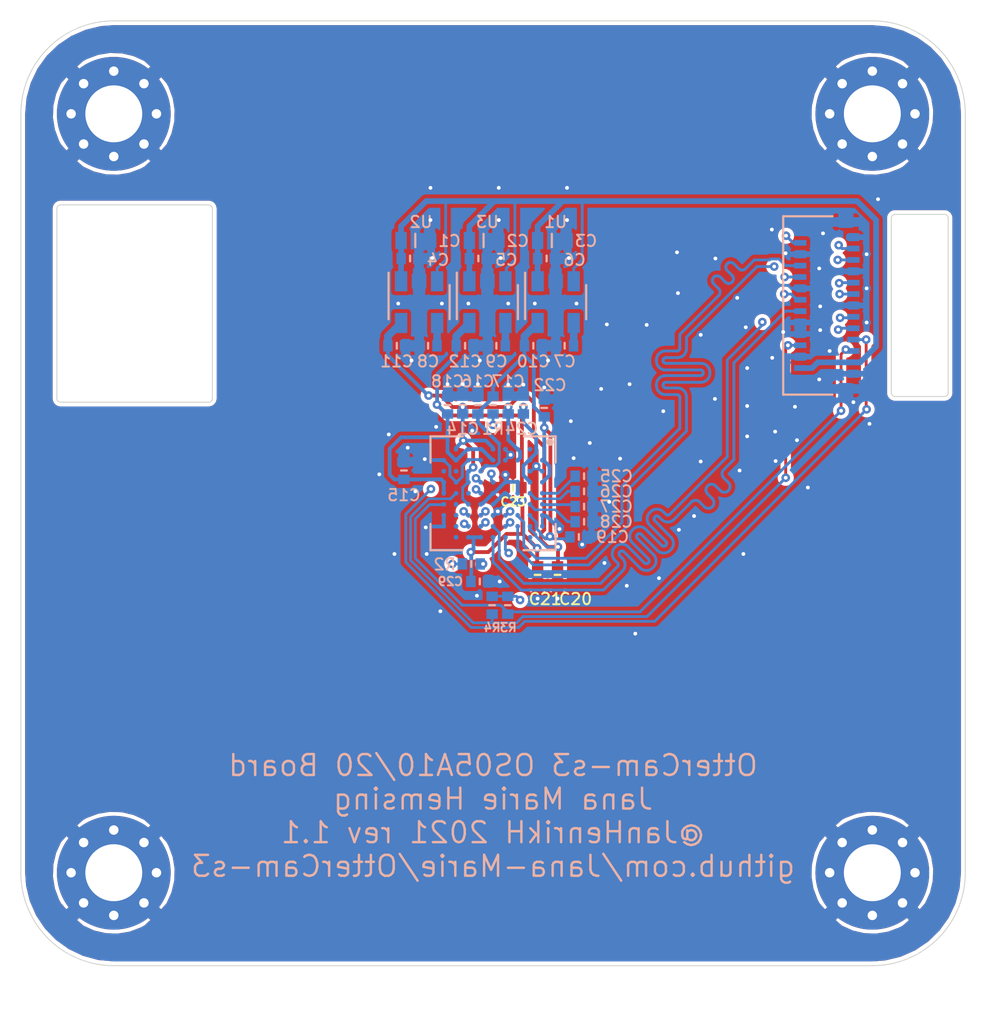
<source format=kicad_pcb>
(kicad_pcb (version 20171130) (host pcbnew 5.1.5+dfsg1-2build2)
  (layers (0 F.Cu signal) (1 In1.Cu signal) (2 In2.Cu signal) (31 B.Cu signal) (34 B.Paste user) (35 F.Paste user) (36 B.SilkS user) (37 F.SilkS user) (38 B.Mask user) (39 F.Mask user) (44 Edge.Cuts user))
  (net 0 "")
  (net 1 GND)
  (net 2 +3V3)
  (net 3 "Net-(C7-Pad1)")
  (net 4 "Net-(C8-Pad1)")
  (net 5 "Net-(C9-Pad1)")
  (net 6 +2V8)
  (net 7 +1V8)
  (net 8 +1V2)
  (net 9 "Net-(C25-Pad2)")
  (net 10 "Net-(C26-Pad2)")
  (net 11 "Net-(C27-Pad2)")
  (net 12 "Net-(C28-Pad2)")
  (net 13 MIPI_CLK_P)
  (net 14 MIPI_MSCK)
  (net 15 MIPI_SCK)
  (net 16 MIPI_D3_P)
  (net 17 MIPI_D0_N)
  (net 18 MIPI_D1_P)
  (net 19 MIPI_D2_N)
  (net 20 MIPI_D0_P)
  (net 21 MIPI_CLK_N)
  (net 22 MIPI_SDA)
  (net 23 MIPI_D2_P)
  (net 24 MIPI_D3_N)
  (net 25 MIPI_D1_N)
  (net 26 MIPI_PU)
  (net 27 MIPI_RESET)
  (net 28 "Net-(U4-PadC9)")
  (net 29 "Net-(U4-PadJ8)")
  (net 30 "Net-(U4-PadH8)")
  (net 31 "Net-(U4-PadG8)")
  (net 32 "Net-(U4-PadF8)")
  (net 33 "Net-(U4-PadC8)")
  (net 34 "Net-(U4-PadE7)")
  (net 35 "Net-(U4-PadA2)")
  (net 36 "Net-(J1-Pad17)")
  (module otter:OS05A10 (layer B.Cu) (at 75 75 180)
    (fp_text reference U4 hide)
    (fp_text value OS05A10-SMU)
    (pad H9 smd circle (at 2.6 -1.74 180) (size 0.25 0.25) (layers B.Cu B.Paste B.Mask) (net 1 GND))
    (pad G9 smd circle (at 2.6 -1.16 180) (size 0.25 0.25) (layers B.Cu B.Paste B.Mask) (net 1 GND))
    (pad F9 smd circle (at 2.6 -0.58 180) (size 0.25 0.25) (layers B.Cu B.Paste B.Mask) (net 15 MIPI_SCK))
    (pad E9 smd circle (at 2.6 0 180) (size 0.25 0.25) (layers B.Cu B.Paste B.Mask) (net 8 +1V2))
    (pad D9 smd circle (at 2.6 0.58 180) (size 0.25 0.25) (layers B.Cu B.Paste B.Mask) (net 8 +1V2))
    (pad C9 smd circle (at 2.6 1.16 180) (size 0.25 0.25) (layers B.Cu B.Paste B.Mask) (net 28 "Net-(U4-PadC9)"))
    (pad B9 smd circle (at 2.6 1.74 180) (size 0.25 0.25) (layers B.Cu B.Paste B.Mask) (net 1 GND))
    (pad J8 smd circle (at 1.95 -2.32 180) (size 0.25 0.25) (layers B.Cu B.Paste B.Mask) (net 29 "Net-(U4-PadJ8)"))
    (pad H8 smd circle (at 1.95 -1.74 180) (size 0.25 0.25) (layers B.Cu B.Paste B.Mask) (net 30 "Net-(U4-PadH8)"))
    (pad G8 smd circle (at 1.95 -1.16 180) (size 0.25 0.25) (layers B.Cu B.Paste B.Mask) (net 31 "Net-(U4-PadG8)"))
    (pad F8 smd circle (at 1.95 -0.58 180) (size 0.25 0.25) (layers B.Cu B.Paste B.Mask) (net 32 "Net-(U4-PadF8)"))
    (pad E8 smd circle (at 1.95 0 180) (size 0.25 0.25) (layers B.Cu B.Paste B.Mask) (net 22 MIPI_SDA))
    (pad D8 smd circle (at 1.95 0.58 180) (size 0.25 0.25) (layers B.Cu B.Paste B.Mask) (net 1 GND))
    (pad C8 smd circle (at 1.95 1.16 180) (size 0.25 0.25) (layers B.Cu B.Paste B.Mask) (net 33 "Net-(U4-PadC8)"))
    (pad B8 smd circle (at 1.95 1.74 180) (size 0.25 0.25) (layers B.Cu B.Paste B.Mask) (net 8 +1V2))
    (pad A8 smd circle (at 1.95 2.32 180) (size 0.25 0.25) (layers B.Cu B.Paste B.Mask) (net 7 +1V8))
    (pad J7 smd circle (at 1.3 -2.32 180) (size 0.25 0.25) (layers B.Cu B.Paste B.Mask) (net 8 +1V2))
    (pad H7 smd circle (at 1.3 -1.74 180) (size 0.25 0.25) (layers B.Cu B.Paste B.Mask) (net 24 MIPI_D3_N))
    (pad G7 smd circle (at 1.3 -1.16 180) (size 0.25 0.25) (layers B.Cu B.Paste B.Mask) (net 16 MIPI_D3_P))
    (pad F7 smd circle (at 1.3 -0.58 180) (size 0.25 0.25) (layers B.Cu B.Paste B.Mask) (net 7 +1V8))
    (pad E7 smd circle (at 1.3 0 180) (size 0.25 0.25) (layers B.Cu B.Paste B.Mask) (net 34 "Net-(U4-PadE7)"))
    (pad D7 smd circle (at 1.3 0.58 180) (size 0.25 0.25) (layers B.Cu B.Paste B.Mask) (net 7 +1V8))
    (pad C7 smd circle (at 1.3 1.16 180) (size 0.25 0.25) (layers B.Cu B.Paste B.Mask) (net 7 +1V8))
    (pad B7 smd circle (at 1.3 1.74 180) (size 0.25 0.25) (layers B.Cu B.Paste B.Mask) (net 1 GND))
    (pad A7 smd circle (at 1.3 2.32 180) (size 0.25 0.25) (layers B.Cu B.Paste B.Mask) (net 8 +1V2))
    (pad J6 smd circle (at 0.65 -2.32 180) (size 0.25 0.25) (layers B.Cu B.Paste B.Mask) (net 8 +1V2))
    (pad H6 smd circle (at 0.65 -1.74 180) (size 0.25 0.25) (layers B.Cu B.Paste B.Mask) (net 25 MIPI_D1_N))
    (pad G6 smd circle (at 0.65 -1.16 180) (size 0.25 0.25) (layers B.Cu B.Paste B.Mask) (net 18 MIPI_D1_P))
    (pad F6 smd circle (at 0.65 -0.58 180) (size 0.25 0.25) (layers B.Cu B.Paste B.Mask) (net 1 GND))
    (pad E6 smd circle (at 0.65 0 180) (size 0.25 0.25) (layers B.Cu B.Paste B.Mask) (net 14 MIPI_MSCK))
    (pad D6 smd circle (at 0.65 0.58 180) (size 0.25 0.25) (layers B.Cu B.Paste B.Mask) (net 27 MIPI_RESET))
    (pad C6 smd circle (at 0.65 1.16 180) (size 0.25 0.25) (layers B.Cu B.Paste B.Mask) (net 6 +2V8))
    (pad B6 smd circle (at 0.65 1.74 180) (size 0.25 0.25) (layers B.Cu B.Paste B.Mask) (net 1 GND))
    (pad A6 smd circle (at 0.65 2.32 180) (size 0.25 0.25) (layers B.Cu B.Paste B.Mask) (net 8 +1V2))
    (pad J5 smd circle (at 0 -2.32 180) (size 0.25 0.25) (layers B.Cu B.Paste B.Mask) (net 21 MIPI_CLK_N))
    (pad H5 smd circle (at 0 -1.74 180) (size 0.25 0.25) (layers B.Cu B.Paste B.Mask) (net 13 MIPI_CLK_P))
    (pad G5 smd circle (at 0 -1.16 180) (size 0.25 0.25) (layers B.Cu B.Paste B.Mask) (net 1 GND))
    (pad F5 smd circle (at 0 -0.58 180) (size 0.25 0.25) (layers B.Cu B.Paste B.Mask) (net 8 +1V2))
    (pad E5 smd circle (at 0 0 180) (size 0.25 0.25) (layers B.Cu B.Paste B.Mask) (net 1 GND))
    (pad D5 smd circle (at 0 0.58 180) (size 0.25 0.25) (layers B.Cu B.Paste B.Mask) (net 26 MIPI_PU))
    (pad B5 smd circle (at 0 1.74 180) (size 0.25 0.25) (layers B.Cu B.Paste B.Mask) (net 8 +1V2))
    (pad A5 smd circle (at 0 2.32 180) (size 0.25 0.25) (layers B.Cu B.Paste B.Mask) (net 7 +1V8))
    (pad J4 smd circle (at -0.65 -2.32 180) (size 0.25 0.25) (layers B.Cu B.Paste B.Mask) (net 6 +2V8))
    (pad H4 smd circle (at -0.65 -1.74 180) (size 0.25 0.25) (layers B.Cu B.Paste B.Mask) (net 17 MIPI_D0_N))
    (pad G4 smd circle (at -0.65 -1.16 180) (size 0.25 0.25) (layers B.Cu B.Paste B.Mask) (net 20 MIPI_D0_P))
    (pad F4 smd circle (at -0.65 -0.58 180) (size 0.25 0.25) (layers B.Cu B.Paste B.Mask) (net 1 GND))
    (pad E4 smd circle (at -0.65 0 180) (size 0.25 0.25) (layers B.Cu B.Paste B.Mask) (net 8 +1V2))
    (pad D4 smd circle (at -0.65 0.58 180) (size 0.25 0.25) (layers B.Cu B.Paste B.Mask) (net 1 GND))
    (pad B4 smd circle (at -0.65 1.74 180) (size 0.25 0.25) (layers B.Cu B.Paste B.Mask) (net 1 GND))
    (pad A4 smd circle (at -0.65 2.32 180) (size 0.25 0.25) (layers B.Cu B.Paste B.Mask) (net 1 GND))
    (pad H3 smd circle (at -1.3 -1.74 180) (size 0.25 0.25) (layers B.Cu B.Paste B.Mask) (net 19 MIPI_D2_N))
    (pad G3 smd circle (at -1.3 -1.16 180) (size 0.25 0.25) (layers B.Cu B.Paste B.Mask) (net 23 MIPI_D2_P))
    (pad F3 smd circle (at -1.3 -0.58 180) (size 0.25 0.25) (layers B.Cu B.Paste B.Mask) (net 8 +1V2))
    (pad E3 smd circle (at -1.3 0 180) (size 0.25 0.25) (layers B.Cu B.Paste B.Mask) (net 1 GND))
    (pad D3 smd circle (at -1.3 0.58 180) (size 0.25 0.25) (layers B.Cu B.Paste B.Mask) (net 1 GND))
    (pad B3 smd circle (at -1.3 1.74 180) (size 0.25 0.25) (layers B.Cu B.Paste B.Mask) (net 7 +1V8))
    (pad A3 smd circle (at -1.3 2.32 180) (size 0.25 0.25) (layers B.Cu B.Paste B.Mask) (net 7 +1V8))
    (pad J2 smd circle (at -1.95 -2.32 180) (size 0.25 0.25) (layers B.Cu B.Paste B.Mask) (net 8 +1V2))
    (pad H2 smd circle (at -1.95 -1.74 180) (size 0.25 0.25) (layers B.Cu B.Paste B.Mask) (net 7 +1V8))
    (pad G2 smd circle (at -1.95 -1.16 180) (size 0.25 0.25) (layers B.Cu B.Paste B.Mask) (net 6 +2V8))
    (pad F2 smd circle (at -1.95 -0.58 180) (size 0.25 0.25) (layers B.Cu B.Paste B.Mask) (net 12 "Net-(C28-Pad2)"))
    (pad E2 smd circle (at -1.95 0 180) (size 0.25 0.25) (layers B.Cu B.Paste B.Mask) (net 10 "Net-(C26-Pad2)"))
    (pad D2 smd circle (at -1.95 0.58 180) (size 0.25 0.25) (layers B.Cu B.Paste B.Mask) (net 8 +1V2))
    (pad C2 smd circle (at -1.95 1.16 180) (size 0.25 0.25) (layers B.Cu B.Paste B.Mask) (net 1 GND))
    (pad B2 smd circle (at -1.95 1.74 180) (size 0.25 0.25) (layers B.Cu B.Paste B.Mask) (net 8 +1V2))
    (pad A2 smd circle (at -1.95 2.32 180) (size 0.25 0.25) (layers B.Cu B.Paste B.Mask) (net 35 "Net-(U4-PadA2)"))
    (pad H1 smd circle (at -2.6 -1.74 180) (size 0.25 0.25) (layers B.Cu B.Paste B.Mask) (net 1 GND))
    (pad G1 smd circle (at -2.6 -1.16 180) (size 0.25 0.25) (layers B.Cu B.Paste B.Mask) (net 1 GND))
    (pad F1 smd circle (at -2.6 -0.58 180) (size 0.25 0.25) (layers B.Cu B.Paste B.Mask) (net 11 "Net-(C27-Pad2)"))
    (pad E1 smd circle (at -2.6 0 180) (size 0.25 0.25) (layers B.Cu B.Paste B.Mask) (net 9 "Net-(C25-Pad2)"))
    (pad D1 smd circle (at -2.6 0.58 180) (size 0.25 0.25) (layers B.Cu B.Paste B.Mask) (net 6 +2V8))
    (pad C1 smd circle (at -2.6 1.16 180) (size 0.25 0.25) (layers B.Cu B.Paste B.Mask) (net 1 GND))
    (pad B1 smd circle (at -2.6 1.74 180) (size 0.25 0.25) (layers B.Cu B.Paste B.Mask) (net 6 +2V8))
  )
  (module otter:R_0402 (layer B.Cu) (at 74.95 80.9 270)
    (fp_text reference R4 (at 1.175 0 180) (layer B.SilkS) (effects (font (size 0.45 0.45) (thickness 0.1)) (justify mirror)))
    (fp_text value 10k hide)
    (pad 2 smd rect (at 0.47 0 270) (size 0.5 0.6) (layers B.Cu B.Paste B.Mask) (net 22 MIPI_SDA))
    (pad 1 smd rect (at -0.47 0 270) (size 0.5 0.6) (layers B.Cu B.Paste B.Mask) (net 6 +2V8))
  )
  (module otter:R_0402 (layer B.Cu) (at 75.775 80.9 270)
    (fp_text reference R3 (at 1.175 -0.025 180) (layer B.SilkS) (effects (font (size 0.45 0.45) (thickness 0.1)) (justify mirror)))
    (fp_text value 10k hide)
    (pad 2 smd rect (at 0.47 0 270) (size 0.5 0.6) (layers B.Cu B.Paste B.Mask) (net 15 MIPI_SCK))
    (pad 1 smd rect (at -0.47 0 270) (size 0.5 0.6) (layers B.Cu B.Paste B.Mask) (net 6 +2V8))
  )
  (module otter:C_0402 (layer B.Cu) (at 74.3 79.65)
    (fp_text reference C29 (at -1.55 0) (layer B.SilkS) (effects (font (size 0.45 0.45) (thickness 0.1)) (justify mirror)))
    (fp_text value 100n hide)
    (pad 2 smd rect (at 0.47 0) (size 0.5 0.6) (layers B.Cu B.Paste B.Mask) (net 1 GND))
    (pad 1 smd rect (at -0.47 0) (size 0.5 0.6) (layers B.Cu B.Paste B.Mask) (net 8 +1V2))
  )
  (module otter:C_0402 (layer F.Cu) (at 76.05 74.7 180)
    (fp_text reference C23 (at 0 -0.75) (layer F.SilkS) (effects (font (size 0.45 0.45) (thickness 0.1))))
    (fp_text value 100n hide)
    (pad 2 smd rect (at 0.47 0 180) (size 0.5 0.6) (layers F.Cu F.Paste F.Mask) (net 1 GND))
    (pad 1 smd rect (at -0.47 0 180) (size 0.5 0.6) (layers F.Cu F.Paste F.Mask) (net 8 +1V2))
  )
  (module Package_TO_SOT_SMD:SOT-23-5 (layer B.Cu) (at 74.7 64.925 270)
    (fp_text reference U3 (at -4.225 0 180) (layer B.SilkS) (effects (font (size 0.6 0.6) (thickness 0.1)) (justify mirror)))
    (fp_text value LP2985-1.2)
    (pad 5 smd rect (at 1.1 0.95 270) (size 1.06 0.65) (layers B.Cu B.Paste B.Mask) (net 8 +1V2))
    (pad 4 smd rect (at 1.1 -0.95 270) (size 1.06 0.65) (layers B.Cu B.Paste B.Mask) (net 5 "Net-(C9-Pad1)"))
    (pad 3 smd rect (at -1.1 -0.95 270) (size 1.06 0.65) (layers B.Cu B.Paste B.Mask) (net 2 +3V3))
    (pad 2 smd rect (at -1.1 0 270) (size 1.06 0.65) (layers B.Cu B.Paste B.Mask) (net 1 GND))
    (pad 1 smd rect (at -1.1 0.95 270) (size 1.06 0.65) (layers B.Cu B.Paste B.Mask) (net 2 +3V3))
  )
  (module Package_TO_SOT_SMD:SOT-23-5 (layer B.Cu) (at 71.1 64.925 270)
    (fp_text reference U2 (at -4.225 -0.1 180) (layer B.SilkS) (effects (font (size 0.6 0.6) (thickness 0.1)) (justify mirror)))
    (fp_text value LP2985-1.8)
    (pad 5 smd rect (at 1.1 0.95 270) (size 1.06 0.65) (layers B.Cu B.Paste B.Mask) (net 7 +1V8))
    (pad 4 smd rect (at 1.1 -0.95 270) (size 1.06 0.65) (layers B.Cu B.Paste B.Mask) (net 4 "Net-(C8-Pad1)"))
    (pad 3 smd rect (at -1.1 -0.95 270) (size 1.06 0.65) (layers B.Cu B.Paste B.Mask) (net 2 +3V3))
    (pad 2 smd rect (at -1.1 0 270) (size 1.06 0.65) (layers B.Cu B.Paste B.Mask) (net 1 GND))
    (pad 1 smd rect (at -1.1 0.95 270) (size 1.06 0.65) (layers B.Cu B.Paste B.Mask) (net 2 +3V3))
  )
  (module Package_TO_SOT_SMD:SOT-23-5 (layer B.Cu) (at 78.3 64.925 270)
    (fp_text reference U1 (at -4.225 0 180) (layer B.SilkS) (effects (font (size 0.6 0.6) (thickness 0.1)) (justify mirror)))
    (fp_text value LP2985-2.8)
    (pad 5 smd rect (at 1.1 0.95 270) (size 1.06 0.65) (layers B.Cu B.Paste B.Mask) (net 6 +2V8))
    (pad 4 smd rect (at 1.1 -0.95 270) (size 1.06 0.65) (layers B.Cu B.Paste B.Mask) (net 3 "Net-(C7-Pad1)"))
    (pad 3 smd rect (at -1.1 -0.95 270) (size 1.06 0.65) (layers B.Cu B.Paste B.Mask) (net 2 +3V3))
    (pad 2 smd rect (at -1.1 0 270) (size 1.06 0.65) (layers B.Cu B.Paste B.Mask) (net 1 GND))
    (pad 1 smd rect (at -1.1 0.95 270) (size 1.06 0.65) (layers B.Cu B.Paste B.Mask) (net 2 +3V3))
  )
  (module otter:R_0402 (layer B.Cu) (at 73.85 78.725 180)
    (fp_text reference R2 (at 1.4 -0.025) (layer B.SilkS) (effects (font (size 0.6 0.6) (thickness 0.1)) (justify mirror)))
    (fp_text value 22 hide)
    (pad 2 smd rect (at 0.47 0 180) (size 0.5 0.6) (layers B.Cu B.Paste B.Mask) (net 14 MIPI_MSCK))
    (pad 1 smd rect (at -0.47 0 180) (size 0.5 0.6) (layers B.Cu B.Paste B.Mask) (net 36 "Net-(J1-Pad17)"))
  )
  (module otter:R_0402 (layer B.Cu) (at 75 70.35 270)
    (fp_text reference R1 (at 1.25 0 180) (layer B.SilkS) (effects (font (size 0.6 0.6) (thickness 0.1)) (justify mirror)))
    (fp_text value 10k hide)
    (pad 2 smd rect (at 0.47 0 270) (size 0.5 0.6) (layers B.Cu B.Paste B.Mask) (net 26 MIPI_PU))
    (pad 1 smd rect (at -0.47 0 270) (size 0.5 0.6) (layers B.Cu B.Paste B.Mask) (net 6 +2V8))
  )
  (module otter:FH35C-25S (layer B.Cu) (at 93.7 65.1 270)
    (fp_text reference J1 hide)
    (fp_text value FH35C-25S)
    (pad 11 smd rect (at -0.6 -0.3 90) (size 0.3 0.65) (layers B.Cu B.Paste B.Mask) (net 17 MIPI_D0_N))
    (pad 13 smd rect (at 0 -0.3 90) (size 0.3 0.65) (layers B.Cu B.Paste B.Mask) (net 1 GND))
    (pad 9 smd rect (at -1.2 -0.3 90) (size 0.3 0.65) (layers B.Cu B.Paste B.Mask) (net 18 MIPI_D1_P))
    (pad 7 smd rect (at -1.8 -0.3 90) (size 0.3 0.65) (layers B.Cu B.Paste B.Mask) (net 1 GND))
    (pad 5 smd rect (at -2.4 -0.3 90) (size 0.3 0.65) (layers B.Cu B.Paste B.Mask) (net 19 MIPI_D2_N))
    (pad 3 smd rect (at -3 -0.3 90) (size 0.3 0.65) (layers B.Cu B.Paste B.Mask) (net 16 MIPI_D3_P))
    (pad 1 smd rect (at -3.6 -0.3 90) (size 0.3 0.65) (layers B.Cu B.Paste B.Mask) (net 1 GND))
    (pad 25 smd rect (at 3.6 -0.3 90) (size 0.3 0.65) (layers B.Cu B.Paste B.Mask) (net 1 GND))
    (pad 23 smd rect (at 3 -0.3 90) (size 0.3 0.65) (layers B.Cu B.Paste B.Mask) (net 2 +3V3))
    (pad 19 smd rect (at 1.8 -0.3 90) (size 0.3 0.65) (layers B.Cu B.Paste B.Mask) (net 27 MIPI_RESET))
    (pad 15 smd rect (at 0.6 -0.3 90) (size 0.3 0.65) (layers B.Cu B.Paste B.Mask) (net 13 MIPI_CLK_P))
    (pad 17 smd rect (at 1.2 -0.3 90) (size 0.3 0.65) (layers B.Cu B.Paste B.Mask) (net 36 "Net-(J1-Pad17)"))
    (pad 21 smd rect (at 2.4 -0.3 90) (size 0.3 0.65) (layers B.Cu B.Paste B.Mask) (net 15 MIPI_SCK))
    (pad 14 smd rect (at 0.3 2.5 270) (size 0.3 0.65) (layers B.Cu B.Paste B.Mask) (net 21 MIPI_CLK_N))
    (pad 16 smd rect (at 0.9 2.5 270) (size 0.3 0.65) (layers B.Cu B.Paste B.Mask) (net 1 GND))
    (pad 12 smd rect (at -0.3 2.5 270) (size 0.3 0.65) (layers B.Cu B.Paste B.Mask) (net 20 MIPI_D0_P))
    (pad 6 smd rect (at -2.1 2.5 270) (size 0.3 0.65) (layers B.Cu B.Paste B.Mask) (net 23 MIPI_D2_P))
    (pad 20 smd rect (at 2.1 2.5 270) (size 0.3 0.65) (layers B.Cu B.Paste B.Mask) (net 22 MIPI_SDA))
    (pad 4 smd rect (at -2.7 2.5 270) (size 0.3 0.65) (layers B.Cu B.Paste B.Mask) (net 1 GND))
    (pad 8 smd rect (at -1.5 2.5 270) (size 0.3 0.65) (layers B.Cu B.Paste B.Mask) (net 25 MIPI_D1_N))
    (pad 2 smd rect (at -3.3 2.5 270) (size 0.3 0.65) (layers B.Cu B.Paste B.Mask) (net 24 MIPI_D3_N))
    (pad 24 smd rect (at 3.3 2.5 270) (size 0.3 0.65) (layers B.Cu B.Paste B.Mask) (net 2 +3V3))
    (pad 10 smd rect (at -0.9 2.5 270) (size 0.3 0.65) (layers B.Cu B.Paste B.Mask) (net 1 GND))
    (pad 22 smd rect (at 2.7 2.5 270) (size 0.3 0.65) (layers B.Cu B.Paste B.Mask) (net 1 GND))
    (pad 18 smd rect (at 1.5 2.5 270) (size 0.3 0.65) (layers B.Cu B.Paste B.Mask) (net 1 GND))
    (pad MP smd rect (at 4.4 0.1 270) (size 0.5 1) (layers B.Cu B.Paste B.Mask) (net 1 GND))
    (pad MP smd rect (at -4.4 0.1 270) (size 0.5 1) (layers B.Cu B.Paste B.Mask) (net 1 GND))
  )
  (module otter:C_0402 (layer B.Cu) (at 79.8 76.5 180)
    (fp_text reference C28 (at -1.7 0) (layer B.SilkS) (effects (font (size 0.6 0.6) (thickness 0.1)) (justify mirror)))
    (fp_text value 1u hide)
    (pad 2 smd rect (at 0.47 0 180) (size 0.5 0.6) (layers B.Cu B.Paste B.Mask) (net 12 "Net-(C28-Pad2)"))
    (pad 1 smd rect (at -0.47 0 180) (size 0.5 0.6) (layers B.Cu B.Paste B.Mask) (net 1 GND))
  )
  (module otter:C_0402 (layer B.Cu) (at 79.8 75.7 180)
    (fp_text reference C27 (at -1.7 0) (layer B.SilkS) (effects (font (size 0.6 0.6) (thickness 0.1)) (justify mirror)))
    (fp_text value 1u hide)
    (pad 2 smd rect (at 0.47 0 180) (size 0.5 0.6) (layers B.Cu B.Paste B.Mask) (net 11 "Net-(C27-Pad2)"))
    (pad 1 smd rect (at -0.47 0 180) (size 0.5 0.6) (layers B.Cu B.Paste B.Mask) (net 1 GND))
  )
  (module otter:C_0402 (layer B.Cu) (at 79.8 74.9 180)
    (fp_text reference C26 (at -1.7 0) (layer B.SilkS) (effects (font (size 0.6 0.6) (thickness 0.1)) (justify mirror)))
    (fp_text value 1u hide)
    (pad 2 smd rect (at 0.47 0 180) (size 0.5 0.6) (layers B.Cu B.Paste B.Mask) (net 10 "Net-(C26-Pad2)"))
    (pad 1 smd rect (at -0.47 0 180) (size 0.5 0.6) (layers B.Cu B.Paste B.Mask) (net 1 GND))
  )
  (module otter:C_0402 (layer B.Cu) (at 79.8 74.1 180)
    (fp_text reference C25 (at -1.7 0) (layer B.SilkS) (effects (font (size 0.6 0.6) (thickness 0.1)) (justify mirror)))
    (fp_text value 1u hide)
    (pad 2 smd rect (at 0.47 0 180) (size 0.5 0.6) (layers B.Cu B.Paste B.Mask) (net 9 "Net-(C25-Pad2)"))
    (pad 1 smd rect (at -0.47 0 180) (size 0.5 0.6) (layers B.Cu B.Paste B.Mask) (net 1 GND))
  )
  (module otter:C_0402 (layer B.Cu) (at 76.6 70.35 90)
    (fp_text reference C24 (at -1.25 -0.1 180) (layer B.SilkS) (effects (font (size 0.6 0.6) (thickness 0.1)) (justify mirror)))
    (fp_text value 100n hide)
    (pad 2 smd rect (at 0.47 0 90) (size 0.5 0.6) (layers B.Cu B.Paste B.Mask) (net 1 GND))
    (pad 1 smd rect (at -0.47 0 90) (size 0.5 0.6) (layers B.Cu B.Paste B.Mask) (net 8 +1V2))
  )
  (module otter:C_0402 (layer B.Cu) (at 77.7 70.5 90)
    (fp_text reference C22 (at 1.2 0.3 180) (layer B.SilkS) (effects (font (size 0.6 0.6) (thickness 0.1)) (justify mirror)))
    (fp_text value 100n hide)
    (pad 2 smd rect (at 0.47 0 90) (size 0.5 0.6) (layers B.Cu B.Paste B.Mask) (net 1 GND))
    (pad 1 smd rect (at -0.47 0 90) (size 0.5 0.6) (layers B.Cu B.Paste B.Mask) (net 6 +2V8))
  )
  (module otter:C_0402 (layer F.Cu) (at 77.35 79.3 270)
    (fp_text reference C21 (at 1.275 -0.4 180) (layer F.SilkS) (effects (font (size 0.6 0.6) (thickness 0.1))))
    (fp_text value 100n hide)
    (pad 2 smd rect (at 0.47 0 270) (size 0.5 0.6) (layers F.Cu F.Paste F.Mask) (net 1 GND))
    (pad 1 smd rect (at -0.47 0 270) (size 0.5 0.6) (layers F.Cu F.Paste F.Mask) (net 8 +1V2))
  )
  (module otter:C_0402 (layer F.Cu) (at 78.4 79.3 270)
    (fp_text reference C20 (at 1.275 -0.95 180) (layer F.SilkS) (effects (font (size 0.6 0.6) (thickness 0.1))))
    (fp_text value 100n hide)
    (pad 2 smd rect (at 0.47 0 270) (size 0.5 0.6) (layers F.Cu F.Paste F.Mask) (net 1 GND))
    (pad 1 smd rect (at -0.47 0 270) (size 0.5 0.6) (layers F.Cu F.Paste F.Mask) (net 7 +1V8))
  )
  (module otter:C_0402 (layer B.Cu) (at 79.525 77.3)
    (fp_text reference C19 (at 1.775 0) (layer B.SilkS) (effects (font (size 0.6 0.6) (thickness 0.1)) (justify mirror)))
    (fp_text value 100n hide)
    (pad 2 smd rect (at 0.47 0) (size 0.5 0.6) (layers B.Cu B.Paste B.Mask) (net 1 GND))
    (pad 1 smd rect (at -0.47 0) (size 0.5 0.6) (layers B.Cu B.Paste B.Mask) (net 6 +2V8))
  )
  (module otter:C_0402 (layer B.Cu) (at 72.6 70.35 90)
    (fp_text reference C18 (at 1.25 0 180) (layer B.SilkS) (effects (font (size 0.6 0.6) (thickness 0.1)) (justify mirror)))
    (fp_text value 100n hide)
    (pad 2 smd rect (at 0.47 0 90) (size 0.5 0.6) (layers B.Cu B.Paste B.Mask) (net 1 GND))
    (pad 1 smd rect (at -0.47 0 90) (size 0.5 0.6) (layers B.Cu B.Paste B.Mask) (net 8 +1V2))
  )
  (module otter:C_0402 (layer B.Cu) (at 75.8 70.35 90)
    (fp_text reference C17 (at 1.25 0 180) (layer B.SilkS) (effects (font (size 0.6 0.6) (thickness 0.1)) (justify mirror)))
    (fp_text value 100n hide)
    (pad 2 smd rect (at 0.47 0 90) (size 0.5 0.6) (layers B.Cu B.Paste B.Mask) (net 1 GND))
    (pad 1 smd rect (at -0.47 0 90) (size 0.5 0.6) (layers B.Cu B.Paste B.Mask) (net 7 +1V8))
  )
  (module otter:C_0402 (layer B.Cu) (at 74.2 70.35 90)
    (fp_text reference C16 (at 1.25 0 180) (layer B.SilkS) (effects (font (size 0.6 0.6) (thickness 0.1)) (justify mirror)))
    (fp_text value 100n hide)
    (pad 2 smd rect (at 0.47 0 90) (size 0.5 0.6) (layers B.Cu B.Paste B.Mask) (net 1 GND))
    (pad 1 smd rect (at -0.47 0 90) (size 0.5 0.6) (layers B.Cu B.Paste B.Mask) (net 6 +2V8))
  )
  (module otter:C_0402 (layer B.Cu) (at 70.3 73.8 90)
    (fp_text reference C15 (at -1.3 0 180) (layer B.SilkS) (effects (font (size 0.6 0.6) (thickness 0.1)) (justify mirror)))
    (fp_text value 100n hide)
    (pad 2 smd rect (at 0.47 0 90) (size 0.5 0.6) (layers B.Cu B.Paste B.Mask) (net 1 GND))
    (pad 1 smd rect (at -0.47 0 90) (size 0.5 0.6) (layers B.Cu B.Paste B.Mask) (net 8 +1V2))
  )
  (module otter:C_0402 (layer B.Cu) (at 73.4 70.35 90)
    (fp_text reference C14 (at -1.25 0 180) (layer B.SilkS) (effects (font (size 0.6 0.6) (thickness 0.1)) (justify mirror)))
    (fp_text value 100n hide)
    (pad 2 smd rect (at 0.47 0 90) (size 0.5 0.6) (layers B.Cu B.Paste B.Mask) (net 1 GND))
    (pad 1 smd rect (at -0.47 0 90) (size 0.5 0.6) (layers B.Cu B.Paste B.Mask) (net 7 +1V8))
  )
  (module otter:C_0402 (layer B.Cu) (at 73.525 67.225)
    (fp_text reference C12 (at 0 0.825) (layer B.SilkS) (effects (font (size 0.6 0.6) (thickness 0.1)) (justify mirror)))
    (fp_text value 100n hide)
    (pad 2 smd rect (at 0.47 0) (size 0.5 0.6) (layers B.Cu B.Paste B.Mask) (net 1 GND))
    (pad 1 smd rect (at -0.47 0) (size 0.5 0.6) (layers B.Cu B.Paste B.Mask) (net 8 +1V2))
  )
  (module otter:C_0402 (layer B.Cu) (at 69.925 67.225)
    (fp_text reference C11 (at 0 0.825) (layer B.SilkS) (effects (font (size 0.6 0.6) (thickness 0.1)) (justify mirror)))
    (fp_text value 100n hide)
    (pad 2 smd rect (at 0.47 0) (size 0.5 0.6) (layers B.Cu B.Paste B.Mask) (net 1 GND))
    (pad 1 smd rect (at -0.47 0) (size 0.5 0.6) (layers B.Cu B.Paste B.Mask) (net 7 +1V8))
  )
  (module otter:C_0402 (layer B.Cu) (at 77.125 67.225)
    (fp_text reference C10 (at 0 0.825) (layer B.SilkS) (effects (font (size 0.6 0.6) (thickness 0.1)) (justify mirror)))
    (fp_text value 100n hide)
    (pad 2 smd rect (at 0.47 0) (size 0.5 0.6) (layers B.Cu B.Paste B.Mask) (net 1 GND))
    (pad 1 smd rect (at -0.47 0) (size 0.5 0.6) (layers B.Cu B.Paste B.Mask) (net 6 +2V8))
  )
  (module otter:C_0402 (layer B.Cu) (at 75.175 67.225 180)
    (fp_text reference C9 (at 0 -0.825) (layer B.SilkS) (effects (font (size 0.6 0.6) (thickness 0.1)) (justify mirror)))
    (fp_text value 10n hide)
    (pad 2 smd rect (at 0.47 0 180) (size 0.5 0.6) (layers B.Cu B.Paste B.Mask) (net 1 GND))
    (pad 1 smd rect (at -0.47 0 180) (size 0.5 0.6) (layers B.Cu B.Paste B.Mask) (net 5 "Net-(C9-Pad1)"))
  )
  (module otter:C_0402 (layer B.Cu) (at 71.575 67.225 180)
    (fp_text reference C8 (at 0 -0.825) (layer B.SilkS) (effects (font (size 0.6 0.6) (thickness 0.1)) (justify mirror)))
    (fp_text value 10n hide)
    (pad 2 smd rect (at 0.47 0 180) (size 0.5 0.6) (layers B.Cu B.Paste B.Mask) (net 1 GND))
    (pad 1 smd rect (at -0.47 0 180) (size 0.5 0.6) (layers B.Cu B.Paste B.Mask) (net 4 "Net-(C8-Pad1)"))
  )
  (module otter:C_0402 (layer B.Cu) (at 78.775 67.225 180)
    (fp_text reference C7 (at 0 -0.825) (layer B.SilkS) (effects (font (size 0.6 0.6) (thickness 0.1)) (justify mirror)))
    (fp_text value 10n hide)
    (pad 2 smd rect (at 0.47 0 180) (size 0.5 0.6) (layers B.Cu B.Paste B.Mask) (net 1 GND))
    (pad 1 smd rect (at -0.47 0 180) (size 0.5 0.6) (layers B.Cu B.Paste B.Mask) (net 3 "Net-(C7-Pad1)"))
  )
  (module otter:C_0402 (layer B.Cu) (at 77.825 62.625)
    (fp_text reference C6 (at 1.475 0.075) (layer B.SilkS) (effects (font (size 0.6 0.6) (thickness 0.1)) (justify mirror)))
    (fp_text value 100n hide)
    (pad 2 smd rect (at 0.47 0) (size 0.5 0.6) (layers B.Cu B.Paste B.Mask) (net 1 GND))
    (pad 1 smd rect (at -0.47 0) (size 0.5 0.6) (layers B.Cu B.Paste B.Mask) (net 2 +3V3))
  )
  (module otter:C_0402 (layer B.Cu) (at 74.225 62.625)
    (fp_text reference C5 (at 1.475 0.075) (layer B.SilkS) (effects (font (size 0.6 0.6) (thickness 0.1)) (justify mirror)))
    (fp_text value 100n hide)
    (pad 2 smd rect (at 0.47 0) (size 0.5 0.6) (layers B.Cu B.Paste B.Mask) (net 1 GND))
    (pad 1 smd rect (at -0.47 0) (size 0.5 0.6) (layers B.Cu B.Paste B.Mask) (net 2 +3V3))
  )
  (module otter:C_0402 (layer B.Cu) (at 70.625 62.625)
    (fp_text reference C4 (at 1.475 0.075) (layer B.SilkS) (effects (font (size 0.6 0.6) (thickness 0.1)) (justify mirror)))
    (fp_text value 100n hide)
    (pad 2 smd rect (at 0.47 0) (size 0.5 0.6) (layers B.Cu B.Paste B.Mask) (net 1 GND))
    (pad 1 smd rect (at -0.47 0) (size 0.5 0.6) (layers B.Cu B.Paste B.Mask) (net 2 +3V3))
  )
  (module otter:C_0603 (layer B.Cu) (at 78.1 61.675)
    (fp_text reference C3 (at 1.8 0.025) (layer B.SilkS) (effects (font (size 0.6 0.6) (thickness 0.1)) (justify mirror)))
    (fp_text value 10u hide)
    (pad 2 smd rect (at 0.75 0) (size 0.6 0.9) (layers B.Cu B.Paste B.Mask) (net 1 GND))
    (pad 1 smd rect (at -0.75 0) (size 0.6 0.9) (layers B.Cu B.Paste B.Mask) (net 2 +3V3))
  )
  (module otter:C_0603 (layer B.Cu) (at 74.5 61.675)
    (fp_text reference C2 (at 1.8 0.025) (layer B.SilkS) (effects (font (size 0.6 0.6) (thickness 0.1)) (justify mirror)))
    (fp_text value 10u hide)
    (pad 2 smd rect (at 0.75 0) (size 0.6 0.9) (layers B.Cu B.Paste B.Mask) (net 1 GND))
    (pad 1 smd rect (at -0.75 0) (size 0.6 0.9) (layers B.Cu B.Paste B.Mask) (net 2 +3V3))
  )
  (module otter:C_0603 (layer B.Cu) (at 70.9 61.675)
    (fp_text reference C1 (at 1.8 0.025) (layer B.SilkS) (effects (font (size 0.6 0.6) (thickness 0.1)) (justify mirror)))
    (fp_text value 10u hide)
    (pad 2 smd rect (at 0.75 0) (size 0.6 0.9) (layers B.Cu B.Paste B.Mask) (net 1 GND))
    (pad 1 smd rect (at -0.75 0) (size 0.6 0.9) (layers B.Cu B.Paste B.Mask) (net 2 +3V3))
  )
  (module MountingHole:MountingHole_3mm_Pad_Via (layer B.Cu) (at 95 95)
    (fp_text reference H4 hide)
    (fp_text value M3)
    (pad 1 thru_hole circle (at 1.59099 1.59099) (size 0.8 0.8) (drill 0.5) (layers *.Cu *.Mask) (net 1 GND))
    (pad 1 thru_hole circle (at 0 2.25) (size 0.8 0.8) (drill 0.5) (layers *.Cu *.Mask) (net 1 GND))
    (pad 1 thru_hole circle (at -1.59099 1.59099) (size 0.8 0.8) (drill 0.5) (layers *.Cu *.Mask) (net 1 GND))
    (pad 1 thru_hole circle (at -2.25 0) (size 0.8 0.8) (drill 0.5) (layers *.Cu *.Mask) (net 1 GND))
    (pad 1 thru_hole circle (at -1.59099 -1.59099) (size 0.8 0.8) (drill 0.5) (layers *.Cu *.Mask) (net 1 GND))
    (pad 1 thru_hole circle (at 0 -2.25) (size 0.8 0.8) (drill 0.5) (layers *.Cu *.Mask) (net 1 GND))
    (pad 1 thru_hole circle (at 1.59099 -1.59099) (size 0.8 0.8) (drill 0.5) (layers *.Cu *.Mask) (net 1 GND))
    (pad 1 thru_hole circle (at 2.25 0) (size 0.8 0.8) (drill 0.5) (layers *.Cu *.Mask) (net 1 GND))
    (pad 1 thru_hole circle (at 0 0) (size 6 6) (drill 3) (layers *.Cu *.Mask) (net 1 GND))
  )
  (module MountingHole:MountingHole_3mm_Pad_Via (layer B.Cu) (at 95 55)
    (fp_text reference H3 hide)
    (fp_text value M3)
    (pad 1 thru_hole circle (at 1.59099 1.59099) (size 0.8 0.8) (drill 0.5) (layers *.Cu *.Mask) (net 1 GND))
    (pad 1 thru_hole circle (at 0 2.25) (size 0.8 0.8) (drill 0.5) (layers *.Cu *.Mask) (net 1 GND))
    (pad 1 thru_hole circle (at -1.59099 1.59099) (size 0.8 0.8) (drill 0.5) (layers *.Cu *.Mask) (net 1 GND))
    (pad 1 thru_hole circle (at -2.25 0) (size 0.8 0.8) (drill 0.5) (layers *.Cu *.Mask) (net 1 GND))
    (pad 1 thru_hole circle (at -1.59099 -1.59099) (size 0.8 0.8) (drill 0.5) (layers *.Cu *.Mask) (net 1 GND))
    (pad 1 thru_hole circle (at 0 -2.25) (size 0.8 0.8) (drill 0.5) (layers *.Cu *.Mask) (net 1 GND))
    (pad 1 thru_hole circle (at 1.59099 -1.59099) (size 0.8 0.8) (drill 0.5) (layers *.Cu *.Mask) (net 1 GND))
    (pad 1 thru_hole circle (at 2.25 0) (size 0.8 0.8) (drill 0.5) (layers *.Cu *.Mask) (net 1 GND))
    (pad 1 thru_hole circle (at 0 0) (size 6 6) (drill 3) (layers *.Cu *.Mask) (net 1 GND))
  )
  (module MountingHole:MountingHole_3mm_Pad_Via (layer B.Cu) (at 55 95)
    (fp_text reference H2 hide)
    (fp_text value M3)
    (pad 1 thru_hole circle (at 1.59099 1.59099) (size 0.8 0.8) (drill 0.5) (layers *.Cu *.Mask) (net 1 GND))
    (pad 1 thru_hole circle (at 0 2.25) (size 0.8 0.8) (drill 0.5) (layers *.Cu *.Mask) (net 1 GND))
    (pad 1 thru_hole circle (at -1.59099 1.59099) (size 0.8 0.8) (drill 0.5) (layers *.Cu *.Mask) (net 1 GND))
    (pad 1 thru_hole circle (at -2.25 0) (size 0.8 0.8) (drill 0.5) (layers *.Cu *.Mask) (net 1 GND))
    (pad 1 thru_hole circle (at -1.59099 -1.59099) (size 0.8 0.8) (drill 0.5) (layers *.Cu *.Mask) (net 1 GND))
    (pad 1 thru_hole circle (at 0 -2.25) (size 0.8 0.8) (drill 0.5) (layers *.Cu *.Mask) (net 1 GND))
    (pad 1 thru_hole circle (at 1.59099 -1.59099) (size 0.8 0.8) (drill 0.5) (layers *.Cu *.Mask) (net 1 GND))
    (pad 1 thru_hole circle (at 2.25 0) (size 0.8 0.8) (drill 0.5) (layers *.Cu *.Mask) (net 1 GND))
    (pad 1 thru_hole circle (at 0 0) (size 6 6) (drill 3) (layers *.Cu *.Mask) (net 1 GND))
  )
  (module MountingHole:MountingHole_3mm_Pad_Via (layer B.Cu) (at 55 55)
    (fp_text reference H1 hide)
    (fp_text value M3)
    (pad 1 thru_hole circle (at 1.59099 1.59099) (size 0.8 0.8) (drill 0.5) (layers *.Cu *.Mask) (net 1 GND))
    (pad 1 thru_hole circle (at 0 2.25) (size 0.8 0.8) (drill 0.5) (layers *.Cu *.Mask) (net 1 GND))
    (pad 1 thru_hole circle (at -1.59099 1.59099) (size 0.8 0.8) (drill 0.5) (layers *.Cu *.Mask) (net 1 GND))
    (pad 1 thru_hole circle (at -2.25 0) (size 0.8 0.8) (drill 0.5) (layers *.Cu *.Mask) (net 1 GND))
    (pad 1 thru_hole circle (at -1.59099 -1.59099) (size 0.8 0.8) (drill 0.5) (layers *.Cu *.Mask) (net 1 GND))
    (pad 1 thru_hole circle (at 0 -2.25) (size 0.8 0.8) (drill 0.5) (layers *.Cu *.Mask) (net 1 GND))
    (pad 1 thru_hole circle (at 1.59099 -1.59099) (size 0.8 0.8) (drill 0.5) (layers *.Cu *.Mask) (net 1 GND))
    (pad 1 thru_hole circle (at 2.25 0) (size 0.8 0.8) (drill 0.5) (layers *.Cu *.Mask) (net 1 GND))
    (pad 1 thru_hole circle (at 0 0) (size 6 6) (drill 3) (layers *.Cu *.Mask) (net 1 GND))
  )
  (gr_text "OtterCam-s3 OS05A10/20 Board\nJana Marie Hemsing\n@JanHenrikH 2021 rev 1.1\ngithub.com/Jana-Marie/OtterCam-s3" (at 75 92) (layer B.SilkS) (effects (font (size 1.1 1.1) (thickness 0.13)) (justify mirror)))
  (gr_arc (start 60 70.000001) (end 60 70.199999) (angle -90) (layer Edge.Cuts) (width 0.05))
  (gr_line (start 60.2 70) (end 60.2 60) (layer Edge.Cuts) (width 0.05))
  (gr_arc (start 60.000001 60) (end 60.199999 60) (angle -90) (layer Edge.Cuts) (width 0.05))
  (gr_line (start 52.2 70.2) (end 60 70.2) (layer Edge.Cuts) (width 0.05))
  (gr_arc (start 52.199999 70) (end 52.000001 70) (angle -90) (layer Edge.Cuts) (width 0.05))
  (gr_line (start 52.2 59.8) (end 60 59.8) (layer Edge.Cuts) (width 0.05))
  (gr_arc (start 52.2 60) (end 52.2 59.800001) (angle -90) (layer Edge.Cuts) (width 0.05))
  (gr_line (start 52 60) (end 52 70) (layer Edge.Cuts) (width 0.05))
  (gr_arc (start 98.800001 69.7) (end 98.8 69.899999) (angle -90) (layer Edge.Cuts) (width 0.05))
  (gr_arc (start 96.200001 69.7) (end 96 69.7) (angle -90) (layer Edge.Cuts) (width 0.05))
  (gr_line (start 96.200001 69.900001) (end 98.8 69.9) (layer Edge.Cuts) (width 0.05))
  (gr_arc (start 96.2 60.5) (end 96.2 60.300001) (angle -90) (layer Edge.Cuts) (width 0.05))
  (gr_arc (start 98.8 60.5) (end 99 60.5) (angle -90) (layer Edge.Cuts) (width 0.05))
  (gr_line (start 98.8 60.3) (end 96.2 60.3) (layer Edge.Cuts) (width 0.05))
  (gr_line (start 96 60.5) (end 96 69.7) (layer Edge.Cuts) (width 0.05))
  (gr_line (start 99 60.5) (end 99 69.7) (layer Edge.Cuts) (width 0.05))
  (gr_line (start 99.9 55) (end 99.9 95) (layer Edge.Cuts) (width 0.05))
  (gr_arc (start 95 55) (end 99.9 55) (angle -90) (layer Edge.Cuts) (width 0.05))
  (gr_line (start 95 99.9) (end 55 99.9) (layer Edge.Cuts) (width 0.05))
  (gr_arc (start 95 95) (end 95 99.9) (angle -90) (layer Edge.Cuts) (width 0.05))
  (gr_line (start 50.1 95) (end 50.1 55) (layer Edge.Cuts) (width 0.05))
  (gr_arc (start 55 95) (end 50.1 95) (angle -90) (layer Edge.Cuts) (width 0.05))
  (gr_arc (start 55 55) (end 55 50.1) (angle -90) (layer Edge.Cuts) (width 0.05))
  (gr_line (start 55 50.1) (end 95 50.1) (layer Edge.Cuts) (width 0.05))
  (segment (start 74.35 76.2) (end 74.589052 75.960948) (width 0.15) (layer B.Cu) (net 18))
  (segment (start 74.35 76.8) (end 74.589053 76.560947) (width 0.15) (layer B.Cu) (net 25))
  (segment (start 75.05 75) (end 75.65 74.4) (width 0.2) (layer B.Cu) (net 1))
  (segment (start 75 75) (end 75.05 75) (width 0.2) (layer B.Cu) (net 1))
  (segment (start 75.65 74.4) (end 76.3 74.4) (width 0.2) (layer B.Cu) (net 1))
  (segment (start 76.3 75) (end 76.3 74.4) (width 0.2) (layer B.Cu) (net 1))
  (segment (start 74.464053 75.535947) (end 75 75) (width 0.2) (layer B.Cu) (net 1))
  (segment (start 74.414732 75.535947) (end 74.464053 75.535947) (width 0.2) (layer B.Cu) (net 1))
  (segment (start 74.350679 75.6) (end 74.414732 75.535947) (width 0.2) (layer B.Cu) (net 1))
  (segment (start 74.35 75.6) (end 74.350679 75.6) (width 0.2) (layer B.Cu) (net 1))
  (via (at 75.65 74.025) (size 0.45) (drill 0.2) (layers F.Cu B.Cu) (net 1))
  (segment (start 75.65 74.4) (end 75.65 74.025) (width 0.2) (layer B.Cu) (net 1))
  (via (at 78.502419 76.881342) (size 0.45) (drill 0.2) (layers F.Cu B.Cu) (net 1))
  (segment (start 73.995 67.225) (end 74.705 67.225) (width 0.4) (layer B.Cu) (net 1))
  (segment (start 74.645 67.225) (end 73.995 67.225) (width 0.4) (layer B.Cu) (net 1))
  (segment (start 74.7 67.17) (end 74.645 67.225) (width 0.4) (layer B.Cu) (net 1))
  (segment (start 74.7 63.825) (end 74.7 67.17) (width 0.4) (layer B.Cu) (net 1))
  (segment (start 78.245 67.225) (end 77.595 67.225) (width 0.4) (layer B.Cu) (net 1))
  (segment (start 78.3 67.17) (end 78.245 67.225) (width 0.4) (layer B.Cu) (net 1))
  (segment (start 78.3 63.825) (end 78.3 67.17) (width 0.4) (layer B.Cu) (net 1))
  (segment (start 71.045 67.225) (end 70.395 67.225) (width 0.4) (layer B.Cu) (net 1))
  (segment (start 71.1 67.17) (end 71.045 67.225) (width 0.4) (layer B.Cu) (net 1))
  (segment (start 71.1 63.825) (end 71.1 67.17) (width 0.4) (layer B.Cu) (net 1))
  (segment (start 78.3 62.225) (end 78.85 61.675) (width 0.4) (layer B.Cu) (net 1))
  (segment (start 78.3 63.825) (end 78.3 62.225) (width 0.4) (layer B.Cu) (net 1))
  (segment (start 74.7 62.225) (end 75.25 61.675) (width 0.4) (layer B.Cu) (net 1))
  (segment (start 74.7 63.825) (end 74.7 62.225) (width 0.4) (layer B.Cu) (net 1))
  (segment (start 71.1 62.225) (end 71.65 61.675) (width 0.4) (layer B.Cu) (net 1))
  (segment (start 71.1 63.825) (end 71.1 62.225) (width 0.4) (layer B.Cu) (net 1))
  (via (at 71.4 73.2) (size 0.45) (drill 0.2) (layers F.Cu B.Cu) (net 1))
  (via (at 71.45 76.8) (size 0.45) (drill 0.2) (layers F.Cu B.Cu) (net 1))
  (via (at 74.2 69.25) (size 0.45) (drill 0.2) (layers F.Cu B.Cu) (net 1))
  (segment (start 74.2 69.88) (end 74.2 69.25) (width 0.2) (layer B.Cu) (net 1))
  (via (at 73.4 69.25) (size 0.45) (drill 0.2) (layers F.Cu B.Cu) (net 1))
  (segment (start 73.4 69.88) (end 73.4 69.25) (width 0.2) (layer B.Cu) (net 1))
  (via (at 75.8 69.275) (size 0.45) (drill 0.2) (layers F.Cu B.Cu) (net 1))
  (segment (start 75.8 69.88) (end 75.8 69.275) (width 0.2) (layer B.Cu) (net 1))
  (via (at 76.6 69.275) (size 0.45) (drill 0.2) (layers F.Cu B.Cu) (net 1))
  (segment (start 76.6 69.88) (end 76.6 69.275) (width 0.2) (layer B.Cu) (net 1))
  (via (at 77.7 69.425) (size 0.45) (drill 0.2) (layers F.Cu B.Cu) (net 1))
  (segment (start 77.7 70.03) (end 77.7 69.425) (width 0.2) (layer B.Cu) (net 1))
  (via (at 72.6 69.25) (size 0.45) (drill 0.2) (layers F.Cu B.Cu) (net 1))
  (segment (start 72.6 69.88) (end 72.6 69.25) (width 0.2) (layer B.Cu) (net 1))
  (via (at 75.35 79.65) (size 0.45) (drill 0.2) (layers F.Cu B.Cu) (net 1))
  (segment (start 74.77 79.65) (end 75.35 79.65) (width 0.2) (layer B.Cu) (net 1))
  (via (at 77.35 80.55) (size 0.45) (drill 0.2) (layers F.Cu B.Cu) (net 1))
  (segment (start 77.35 79.77) (end 77.35 80.55) (width 0.2) (layer F.Cu) (net 1))
  (via (at 78.4 80.55) (size 0.45) (drill 0.2) (layers F.Cu B.Cu) (net 1))
  (segment (start 78.4 79.77) (end 78.4 80.55) (width 0.2) (layer F.Cu) (net 1))
  (segment (start 80.27 77.025) (end 79.995 77.3) (width 0.2) (layer B.Cu) (net 1))
  (segment (start 80.27 76.5) (end 80.27 77.025) (width 0.2) (layer B.Cu) (net 1))
  (segment (start 80.27 76.5) (end 80.27 74.9) (width 0.2) (layer B.Cu) (net 1))
  (via (at 85.6 76.2) (size 0.45) (drill 0.2) (layers F.Cu B.Cu) (net 1))
  (via (at 88 73.8) (size 0.45) (drill 0.2) (layers F.Cu B.Cu) (net 1))
  (via (at 88.4 72) (size 0.45) (drill 0.2) (layers F.Cu B.Cu) (net 1))
  (via (at 88.4 70.4) (size 0.45) (drill 0.2) (layers F.Cu B.Cu) (net 1))
  (via (at 79.1 71.2) (size 0.45) (drill 0.2) (layers F.Cu B.Cu) (net 1))
  (via (at 80.7 69.5) (size 0.45) (drill 0.2) (layers F.Cu B.Cu) (net 1))
  (via (at 81 66.1) (size 0.45) (drill 0.2) (layers F.Cu B.Cu) (net 1))
  (via (at 84.7 62.3) (size 0.45) (drill 0.2) (layers F.Cu B.Cu) (net 1))
  (via (at 89.7 61.1) (size 0.45) (drill 0.2) (layers F.Cu B.Cu) (net 1))
  (via (at 92.2 63.15) (size 0.45) (drill 0.2) (layers F.Cu B.Cu) (net 1))
  (via (at 92.25 65.15) (size 0.45) (drill 0.2) (layers F.Cu B.Cu) (net 1))
  (via (at 92.25 66.4) (size 0.45) (drill 0.2) (layers F.Cu B.Cu) (net 1))
  (via (at 92.75 67.5) (size 0.45) (drill 0.2) (layers F.Cu B.Cu) (net 1))
  (via (at 90.3 66.5) (size 0.45) (drill 0.2) (layers F.Cu B.Cu) (net 1))
  (via (at 88.4 68.4) (size 0.45) (drill 0.2) (layers F.Cu B.Cu) (net 1))
  (via (at 79.7 77.7) (size 0.45) (drill 0.2) (layers F.Cu B.Cu) (net 1))
  (via (at 94.7 62.4) (size 0.45) (drill 0.2) (layers F.Cu B.Cu) (net 1))
  (via (at 94.7 64.2) (size 0.45) (drill 0.2) (layers F.Cu B.Cu) (net 1))
  (via (at 94.7 66) (size 0.45) (drill 0.2) (layers F.Cu B.Cu) (net 1))
  (via (at 92.4 61.3) (size 0.45) (drill 0.2) (layers F.Cu B.Cu) (net 1))
  (via (at 92.2 69) (size 0.45) (drill 0.2) (layers F.Cu B.Cu) (net 1))
  (via (at 94 70.2) (size 0.45) (drill 0.2) (layers F.Cu B.Cu) (net 1))
  (via (at 91.6 74.7) (size 0.45) (drill 0.2) (layers F.Cu B.Cu) (net 1))
  (via (at 91.025 72.2) (size 0.45) (drill 0.2) (layers F.Cu B.Cu) (net 1))
  (via (at 89.9 73.3) (size 0.45) (drill 0.2) (layers F.Cu B.Cu) (net 1))
  (via (at 82.5 82.4) (size 0.45) (drill 0.2) (layers F.Cu B.Cu) (net 1))
  (via (at 69.8 78.2) (size 0.45) (drill 0.2) (layers F.Cu B.Cu) (net 1))
  (via (at 71.5 78.2) (size 0.45) (drill 0.2) (layers F.Cu B.Cu) (net 1))
  (via (at 70.9 74.9) (size 0.45) (drill 0.2) (layers F.Cu B.Cu) (net 1))
  (via (at 70.5 72.6) (size 0.45) (drill 0.2) (layers F.Cu B.Cu) (net 1))
  (via (at 74.15 80.4) (size 0.45) (drill 0.2) (layers F.Cu B.Cu) (net 1))
  (via (at 73.9 71.7) (size 0.45) (drill 0.2) (layers F.Cu B.Cu) (net 1))
  (via (at 72 71.5) (size 0.45) (drill 0.2) (layers F.Cu B.Cu) (net 1))
  (via (at 69.5 71.9) (size 0.45) (drill 0.2) (layers F.Cu B.Cu) (net 1))
  (via (at 69 74) (size 0.45) (drill 0.2) (layers F.Cu B.Cu) (net 1))
  (via (at 70.7 68) (size 0.45) (drill 0.2) (layers F.Cu B.Cu) (net 1))
  (via (at 74.3 68) (size 0.45) (drill 0.2) (layers F.Cu B.Cu) (net 1))
  (via (at 77.9 68) (size 0.45) (drill 0.2) (layers F.Cu B.Cu) (net 1))
  (via (at 73.7 65) (size 0.45) (drill 0.2) (layers F.Cu B.Cu) (net 1))
  (via (at 75.8 65) (size 0.45) (drill 0.2) (layers F.Cu B.Cu) (net 1))
  (via (at 77.2 65) (size 0.45) (drill 0.2) (layers F.Cu B.Cu) (net 1))
  (via (at 79.4 65) (size 0.45) (drill 0.2) (layers F.Cu B.Cu) (net 1))
  (via (at 72.3 65) (size 0.45) (drill 0.2) (layers F.Cu B.Cu) (net 1))
  (via (at 70 65) (size 0.45) (drill 0.2) (layers F.Cu B.Cu) (net 1))
  (via (at 71.7 60.6) (size 0.45) (drill 0.2) (layers F.Cu B.Cu) (net 1))
  (via (at 75.3 60.6) (size 0.45) (drill 0.2) (layers F.Cu B.Cu) (net 1))
  (via (at 78.9 60.6) (size 0.45) (drill 0.2) (layers F.Cu B.Cu) (net 1))
  (via (at 75.4 62.6) (size 0.45) (drill 0.2) (layers F.Cu B.Cu) (net 1))
  (via (at 79 62.6) (size 0.45) (drill 0.2) (layers F.Cu B.Cu) (net 1))
  (via (at 71.8 62.6) (size 0.45) (drill 0.2) (layers F.Cu B.Cu) (net 1))
  (via (at 95.3 59.5) (size 0.45) (drill 0.2) (layers F.Cu B.Cu) (net 1))
  (via (at 78.9 58.9) (size 0.45) (drill 0.2) (layers F.Cu B.Cu) (net 1))
  (via (at 75.3 58.9) (size 0.45) (drill 0.2) (layers F.Cu B.Cu) (net 1))
  (via (at 71.7 58.9) (size 0.45) (drill 0.2) (layers F.Cu B.Cu) (net 1))
  (via (at 88.2 78.2) (size 0.45) (drill 0.2) (layers F.Cu B.Cu) (net 1))
  (via (at 85.95 73.325) (size 0.45) (drill 0.2) (layers F.Cu B.Cu) (net 1))
  (via (at 86.7 70.025) (size 0.45) (drill 0.2) (layers F.Cu B.Cu) (net 1))
  (via (at 83.975 70.675) (size 0.45) (drill 0.2) (layers F.Cu B.Cu) (net 1))
  (via (at 81.7 73.175) (size 0.45) (drill 0.2) (layers F.Cu B.Cu) (net 1))
  (via (at 81.125 75.45) (size 0.45) (drill 0.2) (layers F.Cu B.Cu) (net 1))
  (via (at 80.1 72.35) (size 0.45) (drill 0.2) (layers F.Cu B.Cu) (net 1))
  (via (at 79.25 73.15) (size 0.45) (drill 0.2) (layers F.Cu B.Cu) (net 1))
  (via (at 82.2 69.25) (size 0.45) (drill 0.2) (layers F.Cu B.Cu) (net 1))
  (via (at 83.1 66.125) (size 0.45) (drill 0.2) (layers F.Cu B.Cu) (net 1))
  (via (at 84.75 64.45) (size 0.45) (drill 0.2) (layers F.Cu B.Cu) (net 1))
  (via (at 86.725 62.625) (size 0.45) (drill 0.2) (layers F.Cu B.Cu) (net 1))
  (via (at 90.425 62.35) (size 0.45) (drill 0.2) (layers F.Cu B.Cu) (net 1))
  (via (at 87.875 64.7) (size 0.45) (drill 0.2) (layers F.Cu B.Cu) (net 1))
  (via (at 85.95 66.65) (size 0.45) (drill 0.2) (layers F.Cu B.Cu) (net 1))
  (via (at 88.325 66.25) (size 0.45) (drill 0.2) (layers F.Cu B.Cu) (net 1))
  (via (at 89.875 71.75) (size 0.45) (drill 0.2) (layers F.Cu B.Cu) (net 1))
  (via (at 82.05 79.875) (size 0.45) (drill 0.2) (layers F.Cu B.Cu) (net 1))
  (via (at 84.8 76.925) (size 0.45) (drill 0.2) (layers F.Cu B.Cu) (net 1))
  (via (at 80.875 78.675) (size 0.45) (drill 0.2) (layers F.Cu B.Cu) (net 1))
  (via (at 83.75 79.475) (size 0.45) (drill 0.2) (layers F.Cu B.Cu) (net 1))
  (via (at 75.925 72.975) (size 0.45) (drill 0.2) (layers F.Cu B.Cu) (net 1))
  (segment (start 75.65 73.25) (end 75.925 72.975) (width 0.15) (layer B.Cu) (net 1))
  (segment (start 75.65 73.26) (end 75.65 73.25) (width 0.15) (layer B.Cu) (net 1))
  (segment (start 75.65 72.7) (end 75.925 72.975) (width 0.15) (layer B.Cu) (net 1))
  (segment (start 75.65 72.68) (end 75.65 72.7) (width 0.15) (layer B.Cu) (net 1))
  (segment (start 72.725 74.075) (end 72.725 73.574998) (width 0.15) (layer B.Cu) (net 1))
  (segment (start 73.05 74.4) (end 72.725 74.075) (width 0.15) (layer B.Cu) (net 1))
  (segment (start 72.714998 73.574998) (end 72.4 73.26) (width 0.15) (layer B.Cu) (net 1))
  (segment (start 72.725 73.574998) (end 72.714998 73.574998) (width 0.15) (layer B.Cu) (net 1))
  (via (at 77.274997 73.571264) (size 0.45) (drill 0.2) (layers F.Cu B.Cu) (net 1))
  (segment (start 77.006261 73.84) (end 77.274997 73.571264) (width 0.15) (layer B.Cu) (net 1))
  (segment (start 76.95 73.84) (end 77.006261 73.84) (width 0.15) (layer B.Cu) (net 1))
  (segment (start 77.543733 73.84) (end 77.274997 73.571264) (width 0.15) (layer B.Cu) (net 1))
  (segment (start 77.6 73.84) (end 77.543733 73.84) (width 0.15) (layer B.Cu) (net 1))
  (segment (start 77.6 76.2) (end 77.821077 76.2) (width 0.2) (layer B.Cu) (net 1))
  (segment (start 77.821077 76.2) (end 78.27742 76.656343) (width 0.2) (layer B.Cu) (net 1))
  (segment (start 78.27742 76.656343) (end 78.502419 76.881342) (width 0.2) (layer B.Cu) (net 1))
  (segment (start 77.6 76.74) (end 77.6 76.16) (width 0.15) (layer B.Cu) (net 1))
  (via (at 75.249727 75.95435) (size 0.45) (drill 0.2) (layers F.Cu B.Cu) (net 1))
  (segment (start 75.004078 76.2) (end 75.024728 76.179349) (width 0.2) (layer B.Cu) (net 1))
  (segment (start 75 76.2) (end 75.004078 76.2) (width 0.2) (layer B.Cu) (net 1))
  (segment (start 75.024728 76.179349) (end 75.249727 75.95435) (width 0.2) (layer B.Cu) (net 1))
  (segment (start 75.624077 75.58) (end 75.249727 75.95435) (width 0.15) (layer B.Cu) (net 1))
  (segment (start 75.65 75.58) (end 75.624077 75.58) (width 0.15) (layer B.Cu) (net 1))
  (segment (start 72.38 76.75) (end 71.5 76.75) (width 0.2) (layer B.Cu) (net 1))
  (segment (start 72.41 76.72) (end 72.38 76.75) (width 0.2) (layer B.Cu) (net 1))
  (segment (start 71.5 76.75) (end 71.45 76.8) (width 0.2) (layer B.Cu) (net 1))
  (segment (start 72.4 76.71) (end 72.41 76.72) (width 0.2) (layer B.Cu) (net 1))
  (segment (start 72.4 76.2) (end 72.4 76.71) (width 0.2) (layer B.Cu) (net 1))
  (segment (start 73.06 74.44) (end 73.06 74.43) (width 0.15) (layer B.Cu) (net 1))
  (segment (start 73.38 74.12) (end 73.06 74.44) (width 0.15) (layer B.Cu) (net 1))
  (segment (start 73.38 73.57) (end 73.38 74.12) (width 0.15) (layer B.Cu) (net 1))
  (segment (start 73.725 73.225) (end 73.38 73.57) (width 0.15) (layer B.Cu) (net 1))
  (segment (start 73.06 74.43) (end 73.05 74.42) (width 0.15) (layer B.Cu) (net 1))
  (segment (start 74.35 73.225) (end 73.725 73.225) (width 0.15) (layer B.Cu) (net 1))
  (segment (start 74.375 73.25) (end 74.35 73.225) (width 0.15) (layer B.Cu) (net 1))
  (segment (start 71.45 73.25) (end 71.4 73.2) (width 0.2) (layer B.Cu) (net 1))
  (segment (start 72.35 73.25) (end 71.45 73.25) (width 0.2) (layer B.Cu) (net 1))
  (via (at 72.22 81.22) (size 0.45) (drill 0.2) (layers F.Cu B.Cu) (net 1))
  (via (at 94.85 71.34) (size 0.45) (drill 0.2) (layers F.Cu B.Cu) (net 1))
  (via (at 90.92 70.44) (size 0.45) (drill 0.2) (layers F.Cu B.Cu) (net 1))
  (via (at 89.72 67.86) (size 0.45) (drill 0.2) (layers F.Cu B.Cu) (net 1))
  (segment (start 90.725 64.2) (end 90.565 64.04) (width 0.15) (layer B.Cu) (net 1))
  (segment (start 91.2 64.2) (end 90.725 64.2) (width 0.15) (layer B.Cu) (net 1))
  (segment (start 90.565 64.04) (end 90 64.04) (width 0.15) (layer B.Cu) (net 1))
  (segment (start 72.05 63.145) (end 72.5 62.695) (width 0.15) (layer B.Cu) (net 2))
  (segment (start 72.5 62.695) (end 72.5 59.6) (width 0.15) (layer B.Cu) (net 2))
  (segment (start 72.05 63.825) (end 72.05 63.145) (width 0.15) (layer B.Cu) (net 2))
  (segment (start 75.7 63.145) (end 76.15 62.695) (width 0.15) (layer B.Cu) (net 2))
  (segment (start 76.15 62.695) (end 76.15 59.6) (width 0.15) (layer B.Cu) (net 2))
  (segment (start 75.7 63.825) (end 75.7 63.145) (width 0.15) (layer B.Cu) (net 2))
  (segment (start 93.375 68.1) (end 94 68.1) (width 0.3) (layer B.Cu) (net 2))
  (segment (start 92.125 68.1) (end 93.375 68.1) (width 0.3) (layer B.Cu) (net 2))
  (segment (start 91.825 68.4) (end 92.125 68.1) (width 0.3) (layer B.Cu) (net 2))
  (segment (start 91.2 68.4) (end 91.825 68.4) (width 0.3) (layer B.Cu) (net 2))
  (segment (start 77.35 60.925) (end 77.35 61.675) (width 0.3) (layer B.Cu) (net 2))
  (segment (start 78.675 59.6) (end 77.35 60.925) (width 0.3) (layer B.Cu) (net 2))
  (segment (start 73.75 60.925) (end 73.75 61.675) (width 0.3) (layer B.Cu) (net 2))
  (segment (start 75.075 59.6) (end 73.75 60.925) (width 0.3) (layer B.Cu) (net 2))
  (segment (start 78.675 59.6) (end 75.075 59.6) (width 0.3) (layer B.Cu) (net 2))
  (segment (start 70.15 60.925) (end 70.15 61.675) (width 0.3) (layer B.Cu) (net 2))
  (segment (start 71.475 59.6) (end 70.15 60.925) (width 0.3) (layer B.Cu) (net 2))
  (segment (start 75.075 59.6) (end 71.475 59.6) (width 0.3) (layer B.Cu) (net 2))
  (segment (start 70.15 61.675) (end 70.15 63.825) (width 0.3) (layer B.Cu) (net 2))
  (segment (start 73.75 63.825) (end 73.75 61.675) (width 0.3) (layer B.Cu) (net 2))
  (segment (start 77.35 63.825) (end 77.35 61.675) (width 0.3) (layer B.Cu) (net 2))
  (segment (start 79.25 63.145) (end 79.7 62.695) (width 0.15) (layer B.Cu) (net 2))
  (segment (start 79.25 63.825) (end 79.25 63.145) (width 0.15) (layer B.Cu) (net 2))
  (segment (start 79.7 62.695) (end 79.7 59.6) (width 0.15) (layer B.Cu) (net 2))
  (segment (start 79.7 59.6) (end 78.675 59.6) (width 0.3) (layer B.Cu) (net 2))
  (segment (start 95.2 67.263056) (end 95.2 60.6) (width 0.3) (layer B.Cu) (net 2))
  (segment (start 95.2 60.6) (end 94.2 59.6) (width 0.3) (layer B.Cu) (net 2))
  (segment (start 94 68.1) (end 94.363056 68.1) (width 0.3) (layer B.Cu) (net 2))
  (segment (start 94.363056 68.1) (end 95.2 67.263056) (width 0.3) (layer B.Cu) (net 2))
  (segment (start 94.2 59.6) (end 79.7 59.6) (width 0.3) (layer B.Cu) (net 2))
  (segment (start 79.25 67.22) (end 79.245 67.225) (width 0.4) (layer B.Cu) (net 3))
  (segment (start 79.25 66.025) (end 79.25 67.22) (width 0.4) (layer B.Cu) (net 3))
  (segment (start 72.05 67.22) (end 72.045 67.225) (width 0.4) (layer B.Cu) (net 4))
  (segment (start 72.05 66.025) (end 72.05 67.22) (width 0.4) (layer B.Cu) (net 4))
  (segment (start 75.65 67.22) (end 75.645 67.225) (width 0.4) (layer B.Cu) (net 5))
  (segment (start 75.65 66.025) (end 75.65 67.22) (width 0.4) (layer B.Cu) (net 5))
  (segment (start 77.747571 77.400001) (end 78.949999 77.400001) (width 0.15) (layer B.Cu) (net 6))
  (segment (start 78.949999 77.400001) (end 79.05 77.3) (width 0.15) (layer B.Cu) (net 6))
  (via (at 75.825 78.15) (size 0.45) (drill 0.2) (layers F.Cu B.Cu) (net 6))
  (segment (start 75.65 77.975) (end 75.825 78.15) (width 0.15) (layer B.Cu) (net 6))
  (segment (start 75.65 77.4) (end 75.65 77.975) (width 0.15) (layer B.Cu) (net 6))
  (via (at 78 77.275) (size 0.45) (drill 0.2) (layers F.Cu B.Cu) (net 6))
  (segment (start 77.872572 77.275) (end 77.747571 77.400001) (width 0.15) (layer B.Cu) (net 6))
  (segment (start 78 77.275) (end 77.872572 77.275) (width 0.15) (layer B.Cu) (net 6))
  (segment (start 76.655 66.72) (end 76.655 67.225) (width 0.4) (layer B.Cu) (net 6))
  (segment (start 77.35 66.025) (end 76.655 66.72) (width 0.4) (layer B.Cu) (net 6))
  (segment (start 74.601462 73.548538) (end 74.671962 73.548538) (width 0.2) (layer B.Cu) (net 6))
  (segment (start 74.2 71.27) (end 74.2 70.82) (width 0.2) (layer B.Cu) (net 6))
  (segment (start 75.325 72.395) (end 74.2 71.27) (width 0.2) (layer B.Cu) (net 6))
  (segment (start 75.325 72.425) (end 75.325 72.395) (width 0.2) (layer B.Cu) (net 6))
  (segment (start 75.05 69.85) (end 75.02 69.88) (width 0.2) (layer B.Cu) (net 6))
  (segment (start 75.05 69.9) (end 75.05 69.85) (width 0.2) (layer B.Cu) (net 6))
  (segment (start 74.2 70.75) (end 75.05 69.9) (width 0.2) (layer B.Cu) (net 6))
  (segment (start 75.02 69.88) (end 75 69.88) (width 0.2) (layer B.Cu) (net 6))
  (segment (start 74.2 70.82) (end 74.2 70.75) (width 0.2) (layer B.Cu) (net 6))
  (segment (start 75 69.43) (end 75 69.88) (width 0.2) (layer B.Cu) (net 6))
  (segment (start 75 69.38) (end 75 69.43) (width 0.2) (layer B.Cu) (net 6))
  (segment (start 76.655 67.725) (end 75 69.38) (width 0.2) (layer B.Cu) (net 6))
  (segment (start 76.655 67.225) (end 76.655 67.725) (width 0.2) (layer B.Cu) (net 6))
  (segment (start 77.15 68.22) (end 77.15 70.45) (width 0.2) (layer B.Cu) (net 6))
  (segment (start 77.15 70.45) (end 77.7 71) (width 0.2) (layer B.Cu) (net 6))
  (segment (start 76.655 67.725) (end 77.15 68.22) (width 0.2) (layer B.Cu) (net 6))
  (via (at 77.7 71.55) (size 0.45) (drill 0.2) (layers F.Cu B.Cu) (net 6))
  (segment (start 77.7 71) (end 77.7 71.55) (width 0.2) (layer B.Cu) (net 6))
  (segment (start 78.025009 71.875009) (end 77.924999 71.774999) (width 0.2) (layer F.Cu) (net 6))
  (segment (start 77.924999 71.774999) (end 77.7 71.55) (width 0.2) (layer F.Cu) (net 6))
  (segment (start 78.025009 77.249991) (end 78.025009 71.875009) (width 0.2) (layer F.Cu) (net 6))
  (segment (start 78 77.275) (end 78.025009 77.249991) (width 0.2) (layer F.Cu) (net 6))
  (segment (start 75.775 80.43) (end 74.95 80.43) (width 0.15) (layer B.Cu) (net 6))
  (via (at 76.425 80.625) (size 0.45) (drill 0.2) (layers F.Cu B.Cu) (net 6))
  (segment (start 76.23 80.43) (end 76.425 80.625) (width 0.15) (layer B.Cu) (net 6))
  (segment (start 75.775 80.43) (end 76.23 80.43) (width 0.15) (layer B.Cu) (net 6))
  (segment (start 74.35 73.8) (end 74.601462 73.548538) (width 0.2) (layer B.Cu) (net 6))
  (segment (start 77.7 73.15) (end 77.7 71.55) (width 0.2) (layer B.Cu) (net 6))
  (segment (start 77.65 73.25) (end 77.6 73.25) (width 0.2) (layer B.Cu) (net 6))
  (segment (start 77.975 73.575) (end 77.65 73.25) (width 0.2) (layer B.Cu) (net 6))
  (segment (start 77.975 74.05) (end 77.975 73.575) (width 0.2) (layer B.Cu) (net 6))
  (segment (start 77.625 74.4) (end 77.975 74.05) (width 0.2) (layer B.Cu) (net 6))
  (segment (start 77.6 73.25) (end 77.7 73.15) (width 0.2) (layer B.Cu) (net 6))
  (segment (start 77.6 74.4) (end 77.625 74.4) (width 0.2) (layer B.Cu) (net 6))
  (segment (start 77.500012 77.152442) (end 77.747571 77.400001) (width 0.15) (layer B.Cu) (net 6))
  (segment (start 77.275 76.525) (end 77.275 76.84743) (width 0.15) (layer B.Cu) (net 6))
  (segment (start 76.95 76.2) (end 77.275 76.525) (width 0.15) (layer B.Cu) (net 6))
  (segment (start 77.275 76.84743) (end 77.500012 77.072442) (width 0.15) (layer B.Cu) (net 6))
  (segment (start 77.500012 77.072442) (end 77.500012 77.152442) (width 0.15) (layer B.Cu) (net 6))
  (segment (start 75.325 73.379002) (end 75.325 72.375) (width 0.15) (layer B.Cu) (net 6))
  (segment (start 75.144001 73.560001) (end 75.325 73.379002) (width 0.15) (layer B.Cu) (net 6))
  (segment (start 74.601462 73.548538) (end 74.612925 73.560001) (width 0.15) (layer B.Cu) (net 6))
  (segment (start 74.612925 73.560001) (end 75.144001 73.560001) (width 0.15) (layer B.Cu) (net 6))
  (segment (start 74.62 72.22) (end 73.43 72.22) (width 0.2) (layer B.Cu) (net 7))
  (segment (start 75 72.6) (end 74.62 72.22) (width 0.2) (layer B.Cu) (net 7))
  (segment (start 73.575001 74.524999) (end 73.7 74.4) (width 0.15) (layer B.Cu) (net 7))
  (segment (start 73.399999 74.700001) (end 73.575001 74.524999) (width 0.15) (layer B.Cu) (net 7))
  (segment (start 73.399999 75.299999) (end 73.399999 74.700001) (width 0.15) (layer B.Cu) (net 7))
  (segment (start 73.7 75.6) (end 73.399999 75.299999) (width 0.15) (layer B.Cu) (net 7))
  (via (at 78.425 77.825) (size 0.45) (drill 0.2) (layers F.Cu B.Cu) (net 7))
  (segment (start 69.455 66.72) (end 69.455 67.225) (width 0.4) (layer B.Cu) (net 7))
  (segment (start 70.15 66.025) (end 69.455 66.72) (width 0.4) (layer B.Cu) (net 7))
  (segment (start 73.4 72.19) (end 73.43 72.22) (width 0.2) (layer B.Cu) (net 7))
  (segment (start 73.4 70.82) (end 73.4 72.19) (width 0.2) (layer B.Cu) (net 7))
  (via (at 73.4 70.455002) (size 0.45) (drill 0.2) (layers F.Cu B.Cu) (net 7))
  (segment (start 73.4 70.82) (end 73.4 70.455002) (width 0.2) (layer B.Cu) (net 7))
  (via (at 75.8 70.455002) (size 0.45) (drill 0.2) (layers F.Cu B.Cu) (net 7))
  (segment (start 75.8 70.82) (end 75.8 70.455002) (width 0.2) (layer B.Cu) (net 7))
  (segment (start 75.8 70.455002) (end 73.4 70.455002) (width 0.2) (layer F.Cu) (net 7))
  (via (at 71.6 69.85) (size 0.45) (drill 0.2) (layers F.Cu B.Cu) (net 7))
  (segment (start 71.58 69.85) (end 71.6 69.85) (width 0.2) (layer B.Cu) (net 7))
  (segment (start 69.455 67.725) (end 71.58 69.85) (width 0.2) (layer B.Cu) (net 7))
  (segment (start 69.455 67.225) (end 69.455 67.725) (width 0.2) (layer B.Cu) (net 7))
  (segment (start 72.25 69.85) (end 71.6 69.85) (width 0.2) (layer F.Cu) (net 7))
  (segment (start 72.855002 70.455002) (end 72.25 69.85) (width 0.2) (layer F.Cu) (net 7))
  (segment (start 73.4 70.455002) (end 72.855002 70.455002) (width 0.2) (layer F.Cu) (net 7))
  (via (at 73.43 72.22) (size 0.45) (drill 0.2) (layers F.Cu B.Cu) (net 7))
  (segment (start 78.425 78.805) (end 78.4 78.83) (width 0.2) (layer F.Cu) (net 7))
  (segment (start 78.425 77.825) (end 78.425 78.805) (width 0.2) (layer F.Cu) (net 7))
  (segment (start 76.330002 69.925) (end 75.8 70.455002) (width 0.2) (layer F.Cu) (net 7))
  (segment (start 76.85 69.925) (end 76.330002 69.925) (width 0.2) (layer F.Cu) (net 7))
  (segment (start 77.15 72) (end 77.15 70.225) (width 0.2) (layer F.Cu) (net 7))
  (segment (start 77.700002 72.550002) (end 77.15 72) (width 0.2) (layer F.Cu) (net 7))
  (segment (start 77.525 77.1) (end 77.700002 76.924998) (width 0.2) (layer F.Cu) (net 7))
  (segment (start 77.15 70.225) (end 76.85 69.925) (width 0.2) (layer F.Cu) (net 7))
  (segment (start 77.525 77.475) (end 77.525 77.1) (width 0.2) (layer F.Cu) (net 7))
  (segment (start 77.875 77.825) (end 77.525 77.475) (width 0.2) (layer F.Cu) (net 7))
  (segment (start 77.700002 76.924998) (end 77.700002 72.550002) (width 0.2) (layer F.Cu) (net 7))
  (segment (start 78.425 77.825) (end 77.875 77.825) (width 0.2) (layer F.Cu) (net 7))
  (segment (start 73.949734 72.739734) (end 73.949734 73.634361) (width 0.2) (layer F.Cu) (net 7))
  (via (at 73.949734 73.634361) (size 0.45) (drill 0.2) (layers F.Cu B.Cu) (net 7))
  (segment (start 73.43 72.22) (end 73.949734 72.739734) (width 0.2) (layer F.Cu) (net 7))
  (segment (start 73.05 72.6) (end 73.05 72.675) (width 0.2) (layer B.Cu) (net 7))
  (segment (start 73.43 72.22) (end 73.05 72.6) (width 0.2) (layer B.Cu) (net 7))
  (segment (start 75.8 72.1875) (end 75.8 70.82) (width 0.2) (layer B.Cu) (net 7))
  (segment (start 76.424999 72.812499) (end 75.8 72.1875) (width 0.2) (layer B.Cu) (net 7))
  (segment (start 76.424999 73.125001) (end 76.424999 72.812499) (width 0.2) (layer B.Cu) (net 7))
  (segment (start 76.3 73.25) (end 76.424999 73.125001) (width 0.2) (layer B.Cu) (net 7))
  (segment (start 78.106802 77.825) (end 78.425 77.825) (width 0.15) (layer B.Cu) (net 7))
  (segment (start 77.819002 77.825) (end 78.106802 77.825) (width 0.15) (layer B.Cu) (net 7))
  (segment (start 77.250001 77.255999) (end 77.819002 77.825) (width 0.15) (layer B.Cu) (net 7))
  (segment (start 76.95 76.8) (end 76.95 76.875998) (width 0.15) (layer B.Cu) (net 7))
  (segment (start 77.250001 77.175999) (end 77.250001 77.255999) (width 0.15) (layer B.Cu) (net 7))
  (segment (start 76.95 76.875998) (end 77.250001 77.175999) (width 0.15) (layer B.Cu) (net 7))
  (segment (start 73.7 74.4) (end 73.655011 74.355011) (width 0.2) (layer B.Cu) (net 7))
  (segment (start 73.655011 74.355011) (end 73.655011 73.929084) (width 0.2) (layer B.Cu) (net 7))
  (segment (start 73.655011 73.929084) (end 73.724735 73.85936) (width 0.2) (layer B.Cu) (net 7))
  (segment (start 73.724735 73.85936) (end 73.949734 73.634361) (width 0.2) (layer B.Cu) (net 7))
  (segment (start 76.825001 73.324999) (end 76.95 73.2) (width 0.2) (layer B.Cu) (net 8))
  (segment (start 76.597999 73.552001) (end 76.825001 73.324999) (width 0.2) (layer B.Cu) (net 8))
  (segment (start 76.597999 74.047999) (end 76.597999 73.552001) (width 0.2) (layer B.Cu) (net 8))
  (segment (start 76.95 74.4) (end 76.597999 74.047999) (width 0.2) (layer B.Cu) (net 8))
  (segment (start 72.4 74.4) (end 72.4 75) (width 0.2) (layer B.Cu) (net 8))
  (segment (start 75 75.6) (end 75.6 75) (width 0.2) (layer B.Cu) (net 8))
  (segment (start 75.6 75) (end 75.65 75) (width 0.2) (layer B.Cu) (net 8))
  (via (at 77.325 77.9) (size 0.45) (drill 0.2) (layers F.Cu B.Cu) (net 8))
  (segment (start 76.95 77.525) (end 77.325 77.9) (width 0.15) (layer B.Cu) (net 8))
  (segment (start 76.95 77.4) (end 76.95 77.525) (width 0.15) (layer B.Cu) (net 8))
  (segment (start 73.055 66.72) (end 73.055 67.225) (width 0.4) (layer B.Cu) (net 8))
  (segment (start 73.75 66.025) (end 73.055 66.72) (width 0.4) (layer B.Cu) (net 8))
  (segment (start 76.6 71.27) (end 76.6 70.82) (width 0.2) (layer B.Cu) (net 8))
  (segment (start 77.275001 71.945001) (end 76.6 71.27) (width 0.2) (layer B.Cu) (net 8))
  (segment (start 77.275001 72.874999) (end 77.275001 71.945001) (width 0.2) (layer B.Cu) (net 8))
  (segment (start 76.95 73.2) (end 77.275001 72.874999) (width 0.2) (layer B.Cu) (net 8))
  (segment (start 72.6 71.27) (end 72.6 70.82) (width 0.2) (layer B.Cu) (net 8))
  (segment (start 72.05 68.73) (end 73.055 67.725) (width 0.2) (layer B.Cu) (net 8))
  (segment (start 72.05 70.32) (end 72.05 68.73) (width 0.2) (layer B.Cu) (net 8))
  (segment (start 72.55 70.82) (end 72.05 70.32) (width 0.2) (layer B.Cu) (net 8))
  (segment (start 73.055 67.725) (end 73.055 67.225) (width 0.2) (layer B.Cu) (net 8))
  (segment (start 72.6 70.82) (end 72.55 70.82) (width 0.2) (layer B.Cu) (net 8))
  (via (at 76.6 70.455002) (size 0.45) (drill 0.2) (layers F.Cu B.Cu) (net 8))
  (segment (start 76.6 70.82) (end 76.6 70.455002) (width 0.2) (layer B.Cu) (net 8))
  (segment (start 76.6 70.7732) (end 76.4732 70.9) (width 0.2) (layer F.Cu) (net 8))
  (segment (start 76.6 70.455002) (end 76.6 70.7732) (width 0.2) (layer F.Cu) (net 8))
  (via (at 72.041246 70.326653) (size 0.45) (drill 0.2) (layers F.Cu B.Cu) (net 8))
  (segment (start 72.614593 70.9) (end 72.041246 70.326653) (width 0.2) (layer F.Cu) (net 8))
  (segment (start 76.4732 70.9) (end 72.614593 70.9) (width 0.2) (layer F.Cu) (net 8))
  (segment (start 76.52 70.9468) (end 76.4732 70.9) (width 0.2) (layer F.Cu) (net 8))
  (segment (start 76.52 74.7) (end 76.52 70.9468) (width 0.2) (layer F.Cu) (net 8))
  (segment (start 77.325 78.805) (end 77.35 78.83) (width 0.2) (layer F.Cu) (net 8))
  (segment (start 77.325 77.9) (end 77.325 78.805) (width 0.2) (layer F.Cu) (net 8))
  (segment (start 77.325 77.9) (end 76.568741 77.143741) (width 0.2) (layer F.Cu) (net 8))
  (segment (start 76.568741 77.143741) (end 75.706259 77.143741) (width 0.2) (layer F.Cu) (net 8))
  (via (at 73.825 78.1) (size 0.45) (drill 0.2) (layers F.Cu B.Cu) (net 8))
  (segment (start 74.75 78.1) (end 73.825 78.1) (width 0.2) (layer F.Cu) (net 8))
  (segment (start 75.706259 77.143741) (end 74.75 78.1) (width 0.2) (layer F.Cu) (net 8))
  (segment (start 72.27 74.27) (end 70.3 74.27) (width 0.2) (layer B.Cu) (net 8))
  (segment (start 72.4 74.4) (end 72.27 74.27) (width 0.2) (layer B.Cu) (net 8))
  (segment (start 69.8 74.27) (end 69.55 74.02) (width 0.2) (layer B.Cu) (net 8))
  (segment (start 70.3 74.27) (end 69.8 74.27) (width 0.2) (layer B.Cu) (net 8))
  (segment (start 69.55 74.02) (end 69.55 72.65) (width 0.2) (layer B.Cu) (net 8))
  (segment (start 70.15 72.05) (end 72.6 72.05) (width 0.2) (layer B.Cu) (net 8))
  (segment (start 69.55 72.65) (end 70.15 72.05) (width 0.2) (layer B.Cu) (net 8))
  (segment (start 72.6 72.05) (end 72.6 71.27) (width 0.2) (layer B.Cu) (net 8))
  (segment (start 73.85 79.63) (end 73.83 79.65) (width 0.2) (layer B.Cu) (net 8))
  (segment (start 73.85 78.125) (end 73.85 79.63) (width 0.2) (layer B.Cu) (net 8))
  (segment (start 73.825 78.1) (end 73.85 78.125) (width 0.2) (layer B.Cu) (net 8))
  (segment (start 73.97 77.32) (end 74.34 77.32) (width 0.2) (layer B.Cu) (net 8))
  (segment (start 73.97 77.955) (end 73.97 77.32) (width 0.2) (layer B.Cu) (net 8))
  (segment (start 73.825 78.1) (end 73.97 77.955) (width 0.2) (layer B.Cu) (net 8))
  (segment (start 73.97 77.32) (end 73.7 77.32) (width 0.2) (layer B.Cu) (net 8))
  (segment (start 74.4 72.675) (end 75 73.275) (width 0.2) (layer B.Cu) (net 8))
  (segment (start 73.65 72.675) (end 74.4 72.675) (width 0.2) (layer B.Cu) (net 8))
  (segment (start 73.075 73.25) (end 73.65 72.675) (width 0.2) (layer B.Cu) (net 8))
  (segment (start 73.02 73.25) (end 73.075 73.25) (width 0.2) (layer B.Cu) (net 8))
  (segment (start 72.6 72.83) (end 73.02 73.25) (width 0.2) (layer B.Cu) (net 8))
  (segment (start 72.6 72.05) (end 72.6 72.83) (width 0.2) (layer B.Cu) (net 8))
  (via (at 76.549725 75.374351) (size 0.45) (drill 0.2) (layers F.Cu B.Cu) (net 8))
  (segment (start 76.52 74.7) (end 76.52 75.344626) (width 0.2) (layer F.Cu) (net 8))
  (segment (start 76.52 75.344626) (end 76.549725 75.374351) (width 0.2) (layer F.Cu) (net 8))
  (segment (start 76.568741 77.143741) (end 76.549726 77.124726) (width 0.2) (layer F.Cu) (net 8))
  (segment (start 76.549726 77.124726) (end 76.549725 75.692549) (width 0.2) (layer F.Cu) (net 8))
  (segment (start 76.549725 75.692549) (end 76.549725 75.374351) (width 0.2) (layer F.Cu) (net 8))
  (segment (start 76.334076 75.59) (end 76.549725 75.374351) (width 0.2) (layer B.Cu) (net 8))
  (segment (start 76.275 75.59) (end 76.334076 75.59) (width 0.2) (layer B.Cu) (net 8))
  (segment (start 75.685 75) (end 76.275 75.59) (width 0.2) (layer B.Cu) (net 8))
  (segment (start 75.65 75) (end 75.685 75) (width 0.2) (layer B.Cu) (net 8))
  (segment (start 78.43 75) (end 79.33 74.1) (width 0.15) (layer B.Cu) (net 9))
  (segment (start 77.6 75) (end 78.43 75) (width 0.15) (layer B.Cu) (net 9))
  (segment (start 78.93 74.9) (end 79.33 74.9) (width 0.15) (layer B.Cu) (net 10))
  (segment (start 78.53 75.3) (end 78.93 74.9) (width 0.15) (layer B.Cu) (net 10))
  (segment (start 76.95 75) (end 77.25 75.3) (width 0.15) (layer B.Cu) (net 10))
  (segment (start 78.52 75.29) (end 78.53 75.3) (width 0.127) (layer B.Cu) (net 10))
  (segment (start 77.26 75.29) (end 78.52 75.29) (width 0.127) (layer B.Cu) (net 10))
  (segment (start 77.25 75.3) (end 77.26 75.29) (width 0.127) (layer B.Cu) (net 10))
  (segment (start 79.23 75.6) (end 79.33 75.7) (width 0.15) (layer B.Cu) (net 11))
  (segment (start 77.6 75.6) (end 79.23 75.6) (width 0.15) (layer B.Cu) (net 11))
  (segment (start 78.93 76.5) (end 79.33 76.5) (width 0.15) (layer B.Cu) (net 12))
  (segment (start 78.33 75.9) (end 78.93 76.5) (width 0.15) (layer B.Cu) (net 12))
  (segment (start 78.3 75.87) (end 78.33 75.9) (width 0.12) (layer B.Cu) (net 12))
  (segment (start 77.28 75.87) (end 78.3 75.87) (width 0.127) (layer B.Cu) (net 12))
  (segment (start 77.22 75.87) (end 77.37 75.87) (width 0.15) (layer B.Cu) (net 12))
  (segment (start 76.95 75.6) (end 77.22 75.87) (width 0.15) (layer B.Cu) (net 12))
  (via (at 89.2 65.975) (size 0.45) (drill 0.2) (layers F.Cu B.Cu) (net 13))
  (via (at 93.3 65.75) (size 0.45) (drill 0.2) (layers F.Cu B.Cu) (net 13))
  (segment (start 93.95 65.75) (end 94 65.7) (width 0.15) (layer B.Cu) (net 13))
  (segment (start 93.3 65.75) (end 93.95 65.75) (width 0.15) (layer B.Cu) (net 13))
  (segment (start 75.325 78.452512) (end 75.325 77.065) (width 0.15) (layer B.Cu) (net 13))
  (segment (start 80.677512 79.75) (end 76.622488 79.75) (width 0.15) (layer B.Cu) (net 13))
  (segment (start 81.561497 78.866013) (end 80.677512 79.75) (width 0.15) (layer B.Cu) (net 13))
  (segment (start 81.581363 78.841102) (end 81.561497 78.866013) (width 0.15) (layer B.Cu) (net 13))
  (segment (start 81.602277 78.749471) (end 81.602277 78.781333) (width 0.15) (layer B.Cu) (net 13))
  (segment (start 81.595187 78.718408) (end 81.602277 78.749471) (width 0.15) (layer B.Cu) (net 13))
  (segment (start 81.581363 78.689702) (end 81.595187 78.718408) (width 0.15) (layer B.Cu) (net 13))
  (segment (start 81.307813 78.346147) (end 81.35288 78.439728) (width 0.15) (layer B.Cu) (net 13))
  (segment (start 81.284701 78.244884) (end 81.307813 78.346147) (width 0.15) (layer B.Cu) (net 13))
  (segment (start 81.284701 78.141017) (end 81.284701 78.244884) (width 0.15) (layer B.Cu) (net 13))
  (segment (start 81.307813 78.039754) (end 81.284701 78.141017) (width 0.15) (layer B.Cu) (net 13))
  (segment (start 81.41764 77.864966) (end 81.35288 77.946173) (width 0.15) (layer B.Cu) (net 13))
  (segment (start 81.561497 78.664791) (end 81.581363 78.689702) (width 0.15) (layer B.Cu) (net 13))
  (segment (start 81.468779 77.813828) (end 81.41764 77.864966) (width 0.15) (layer B.Cu) (net 13))
  (segment (start 81.848697 77.680889) (end 81.74483 77.680889) (width 0.15) (layer B.Cu) (net 13))
  (segment (start 81.949959 77.704001) (end 81.848697 77.680889) (width 0.15) (layer B.Cu) (net 13))
  (segment (start 82.04354 77.749067) (end 81.949959 77.704001) (width 0.15) (layer B.Cu) (net 13))
  (segment (start 82.124747 77.813828) (end 82.04354 77.749067) (width 0.15) (layer B.Cu) (net 13))
  (segment (start 81.35288 77.946173) (end 81.307813 78.039754) (width 0.15) (layer B.Cu) (net 13))
  (segment (start 82.977024 78.666105) (end 82.124747 77.813828) (width 0.15) (layer B.Cu) (net 13))
  (segment (start 83.003285 78.687049) (end 82.977024 78.666105) (width 0.15) (layer B.Cu) (net 13))
  (segment (start 83.066295 78.709097) (end 83.033549 78.701622) (width 0.15) (layer B.Cu) (net 13))
  (segment (start 83.132631 78.701623) (end 83.099885 78.709096) (width 0.15) (layer B.Cu) (net 13))
  (segment (start 81.41764 78.520934) (end 81.561497 78.664791) (width 0.15) (layer B.Cu) (net 13))
  (segment (start 83.189156 78.666105) (end 83.162895 78.687048) (width 0.15) (layer B.Cu) (net 13))
  (segment (start 81.35288 78.439728) (end 81.41764 78.520934) (width 0.15) (layer B.Cu) (net 13))
  (segment (start 83.210099 78.639844) (end 83.189156 78.666105) (width 0.15) (layer B.Cu) (net 13))
  (segment (start 83.224672 78.609581) (end 83.210099 78.639844) (width 0.15) (layer B.Cu) (net 13))
  (segment (start 75.06 76.8) (end 75 76.8) (width 0.15) (layer B.Cu) (net 13))
  (segment (start 82.705092 77.969909) (end 82.828834 78.093654) (width 0.15) (layer B.Cu) (net 13))
  (segment (start 75.325 77.065) (end 75.06 76.8) (width 0.15) (layer B.Cu) (net 13))
  (segment (start 82.705089 77.969909) (end 82.705092 77.969909) (width 0.15) (layer B.Cu) (net 13))
  (segment (start 82.336877 77.601697) (end 82.705089 77.969909) (width 0.15) (layer B.Cu) (net 13))
  (segment (start 81.602277 78.781333) (end 81.595187 78.812396) (width 0.15) (layer B.Cu) (net 13))
  (segment (start 82.272117 77.520491) (end 82.336877 77.601697) (width 0.15) (layer B.Cu) (net 13))
  (segment (start 82.22705 77.42691) (end 82.272117 77.520491) (width 0.15) (layer B.Cu) (net 13))
  (segment (start 83.151742 76.502217) (end 83.196809 76.595798) (width 0.15) (layer B.Cu) (net 13))
  (segment (start 83.196809 76.595798) (end 83.261569 76.677004) (width 0.15) (layer B.Cu) (net 13))
  (segment (start 83.629781 77.045216) (end 83.624329 77.050672) (width 0.15) (layer B.Cu) (net 13))
  (segment (start 83.261569 76.677004) (end 83.629781 77.045216) (width 0.15) (layer B.Cu) (net 13))
  (segment (start 81.74483 77.680889) (end 81.643567 77.704001) (width 0.15) (layer B.Cu) (net 13))
  (segment (start 83.151742 76.195824) (end 83.12863 76.297087) (width 0.15) (layer B.Cu) (net 13))
  (segment (start 84.288845 76.133621) (end 84.260139 76.147446) (width 0.15) (layer B.Cu) (net 13))
  (segment (start 83.312708 75.969898) (end 83.261569 76.021036) (width 0.15) (layer B.Cu) (net 13))
  (segment (start 84.229076 76.154535) (end 84.197214 76.154535) (width 0.15) (layer B.Cu) (net 13))
  (segment (start 84.108393 77.534736) (end 84.129336 77.560997) (width 0.15) (layer B.Cu) (net 13))
  (segment (start 83.793888 75.860071) (end 83.692625 75.836959) (width 0.15) (layer B.Cu) (net 13))
  (segment (start 84.129336 77.720607) (end 84.108393 77.746868) (width 0.15) (layer B.Cu) (net 13))
  (segment (start 84.260139 76.147446) (end 84.229076 76.154535) (width 0.15) (layer B.Cu) (net 13))
  (segment (start 83.887469 75.905138) (end 83.793888 75.860071) (width 0.15) (layer B.Cu) (net 13))
  (segment (start 81.595187 78.812396) (end 81.581363 78.841102) (width 0.15) (layer B.Cu) (net 13))
  (segment (start 83.033549 78.701622) (end 83.003285 78.687049) (width 0.15) (layer B.Cu) (net 13))
  (segment (start 89.2 65.975) (end 89.2 66.127512) (width 0.15) (layer B.Cu) (net 13))
  (segment (start 84.112534 76.113756) (end 83.968676 75.969898) (width 0.15) (layer B.Cu) (net 13))
  (segment (start 83.692625 75.836959) (end 83.588758 75.836959) (width 0.15) (layer B.Cu) (net 13))
  (segment (start 83.196809 76.102243) (end 83.151742 76.195824) (width 0.15) (layer B.Cu) (net 13))
  (segment (start 83.588758 75.836959) (end 83.487495 75.860071) (width 0.15) (layer B.Cu) (net 13))
  (segment (start 84.166151 76.147446) (end 84.137445 76.133621) (width 0.15) (layer B.Cu) (net 13))
  (segment (start 83.232146 78.543246) (end 83.232147 78.576834) (width 0.15) (layer B.Cu) (net 13))
  (segment (start 84.197214 76.154535) (end 84.166151 76.147446) (width 0.15) (layer B.Cu) (net 13))
  (segment (start 82.828834 78.093654) (end 83.189156 78.453973) (width 0.15) (layer B.Cu) (net 13))
  (segment (start 84.108393 77.746868) (end 84.082132 77.767811) (width 0.15) (layer B.Cu) (net 13))
  (segment (start 83.985532 77.78986) (end 83.952786 77.782385) (width 0.15) (layer B.Cu) (net 13))
  (segment (start 87.35 67.977512) (end 87.35 73.077512) (width 0.15) (layer B.Cu) (net 13))
  (segment (start 84.137445 76.133621) (end 84.112534 76.113756) (width 0.15) (layer B.Cu) (net 13))
  (segment (start 83.099885 78.709096) (end 83.066295 78.709097) (width 0.15) (layer B.Cu) (net 13))
  (segment (start 89.2 66.127512) (end 87.35 67.977512) (width 0.15) (layer B.Cu) (net 13))
  (segment (start 81.643567 77.704001) (end 81.549986 77.749067) (width 0.15) (layer B.Cu) (net 13))
  (segment (start 83.12863 76.297087) (end 83.12863 76.400954) (width 0.15) (layer B.Cu) (net 13))
  (segment (start 87.35 73.077512) (end 84.313756 76.113756) (width 0.15) (layer B.Cu) (net 13))
  (segment (start 83.624329 77.050672) (end 83.748071 77.174417) (width 0.15) (layer B.Cu) (net 13))
  (segment (start 81.549986 77.749067) (end 81.468779 77.813828) (width 0.15) (layer B.Cu) (net 13))
  (segment (start 83.12863 76.400954) (end 83.151742 76.502217) (width 0.15) (layer B.Cu) (net 13))
  (segment (start 84.313756 76.113756) (end 84.288845 76.133621) (width 0.15) (layer B.Cu) (net 13))
  (segment (start 83.748071 77.174417) (end 84.108393 77.534736) (width 0.15) (layer B.Cu) (net 13))
  (segment (start 83.261569 76.021036) (end 83.196809 76.102243) (width 0.15) (layer B.Cu) (net 13))
  (segment (start 82.272117 77.026936) (end 82.22705 77.120517) (width 0.15) (layer B.Cu) (net 13))
  (segment (start 82.22705 77.120517) (end 82.203938 77.22178) (width 0.15) (layer B.Cu) (net 13))
  (segment (start 82.203938 77.325647) (end 82.22705 77.42691) (width 0.15) (layer B.Cu) (net 13))
  (segment (start 84.151383 77.624009) (end 84.151384 77.657597) (width 0.15) (layer B.Cu) (net 13))
  (segment (start 83.162895 78.687048) (end 83.132631 78.701623) (width 0.15) (layer B.Cu) (net 13))
  (segment (start 82.203938 77.22178) (end 82.203938 77.325647) (width 0.15) (layer B.Cu) (net 13))
  (segment (start 84.151384 77.657597) (end 84.143909 77.690344) (width 0.15) (layer B.Cu) (net 13))
  (segment (start 82.664067 76.761652) (end 82.562804 76.784764) (width 0.15) (layer B.Cu) (net 13))
  (segment (start 76.622488 79.75) (end 75.325 78.452512) (width 0.15) (layer B.Cu) (net 13))
  (segment (start 84.143909 77.690344) (end 84.129336 77.720607) (width 0.15) (layer B.Cu) (net 13))
  (segment (start 83.232147 78.576834) (end 83.224672 78.609581) (width 0.15) (layer B.Cu) (net 13))
  (segment (start 84.019122 77.789859) (end 83.985532 77.78986) (width 0.15) (layer B.Cu) (net 13))
  (segment (start 83.393914 75.905138) (end 83.312708 75.969898) (width 0.15) (layer B.Cu) (net 13))
  (segment (start 82.962777 76.82983) (end 82.869196 76.784764) (width 0.15) (layer B.Cu) (net 13))
  (segment (start 83.189156 78.453973) (end 83.210099 78.480234) (width 0.15) (layer B.Cu) (net 13))
  (segment (start 84.082132 77.767811) (end 84.051868 77.782386) (width 0.15) (layer B.Cu) (net 13))
  (segment (start 83.952786 77.782385) (end 83.922522 77.767812) (width 0.15) (layer B.Cu) (net 13))
  (segment (start 82.469223 76.82983) (end 82.388016 76.894591) (width 0.15) (layer B.Cu) (net 13))
  (segment (start 83.210099 78.480234) (end 83.224672 78.510497) (width 0.15) (layer B.Cu) (net 13))
  (segment (start 83.922522 77.767812) (end 83.896261 77.746868) (width 0.15) (layer B.Cu) (net 13))
  (segment (start 84.129336 77.560997) (end 84.143909 77.59126) (width 0.15) (layer B.Cu) (net 13))
  (segment (start 82.388016 76.894591) (end 82.336877 76.945729) (width 0.15) (layer B.Cu) (net 13))
  (segment (start 83.968676 75.969898) (end 83.887469 75.905138) (width 0.15) (layer B.Cu) (net 13))
  (segment (start 84.051868 77.782386) (end 84.019122 77.789859) (width 0.15) (layer B.Cu) (net 13))
  (segment (start 83.896261 77.746868) (end 83.043984 76.894591) (width 0.15) (layer B.Cu) (net 13))
  (segment (start 83.487495 75.860071) (end 83.393914 75.905138) (width 0.15) (layer B.Cu) (net 13))
  (segment (start 83.043984 76.894591) (end 82.962777 76.82983) (width 0.15) (layer B.Cu) (net 13))
  (segment (start 83.224672 78.510497) (end 83.232146 78.543246) (width 0.15) (layer B.Cu) (net 13))
  (segment (start 82.869196 76.784764) (end 82.767934 76.761652) (width 0.15) (layer B.Cu) (net 13))
  (segment (start 84.143909 77.59126) (end 84.151383 77.624009) (width 0.15) (layer B.Cu) (net 13))
  (segment (start 82.336877 76.945729) (end 82.272117 77.026936) (width 0.15) (layer B.Cu) (net 13))
  (segment (start 82.767934 76.761652) (end 82.664067 76.761652) (width 0.15) (layer B.Cu) (net 13))
  (segment (start 82.562804 76.784764) (end 82.469223 76.82983) (width 0.15) (layer B.Cu) (net 13))
  (via (at 72.85 78.725) (size 0.45) (drill 0.2) (layers F.Cu B.Cu) (net 14))
  (segment (start 73.38 78.725) (end 72.85 78.725) (width 0.15) (layer B.Cu) (net 14))
  (via (at 74.100266 74.794359) (size 0.45) (drill 0.2) (layers F.Cu B.Cu) (net 14))
  (segment (start 74.35 75) (end 74.144359 74.794359) (width 0.15) (layer B.Cu) (net 14))
  (segment (start 74.144359 74.794359) (end 74.100266 74.794359) (width 0.15) (layer B.Cu) (net 14))
  (via (at 93.35 70.650004) (size 0.45) (drill 0.2) (layers F.Cu B.Cu) (net 15))
  (segment (start 94 67.5) (end 93.924596 67.424596) (width 0.15) (layer B.Cu) (net 15))
  (segment (start 93.918208 67.424596) (end 93.60001 67.424596) (width 0.15) (layer B.Cu) (net 15))
  (via (at 93.60001 67.424596) (size 0.45) (drill 0.2) (layers F.Cu B.Cu) (net 15))
  (segment (start 93.35 70.650004) (end 93.35 67.674606) (width 0.15) (layer F.Cu) (net 15))
  (segment (start 93.375011 67.649595) (end 93.60001 67.424596) (width 0.15) (layer F.Cu) (net 15))
  (segment (start 93.35 67.674606) (end 93.375011 67.649595) (width 0.15) (layer F.Cu) (net 15))
  (segment (start 93.924596 67.424596) (end 93.918208 67.424596) (width 0.15) (layer B.Cu) (net 15))
  (segment (start 93.125001 70.875003) (end 93.35 70.650004) (width 0.15) (layer B.Cu) (net 15))
  (segment (start 82.750026 81.249978) (end 93.125001 70.875003) (width 0.15) (layer B.Cu) (net 15))
  (segment (start 75.749978 81.249978) (end 82.750026 81.249978) (width 0.15) (layer B.Cu) (net 15))
  (segment (start 75.4 80.9) (end 75.749978 81.249978) (width 0.15) (layer B.Cu) (net 15))
  (segment (start 73.375 80.9) (end 75.4 80.9) (width 0.15) (layer B.Cu) (net 15))
  (segment (start 70.9 78.425) (end 73.375 80.9) (width 0.15) (layer B.Cu) (net 15))
  (segment (start 70.9 76.35) (end 70.9 78.425) (width 0.15) (layer B.Cu) (net 15))
  (segment (start 71.65 75.6) (end 70.9 76.35) (width 0.15) (layer B.Cu) (net 15))
  (segment (start 72.4 75.6) (end 71.65 75.6) (width 0.15) (layer B.Cu) (net 15))
  (via (at 93.225 61.925) (size 0.45) (drill 0.2) (layers F.Cu B.Cu) (net 16))
  (segment (start 93.4 62.1) (end 93.225 61.925) (width 0.15) (layer B.Cu) (net 16))
  (segment (start 94 62.1) (end 93.4 62.1) (width 0.15) (layer B.Cu) (net 16))
  (via (at 73.450275 75.954351) (size 0.45) (drill 0.2) (layers F.Cu B.Cu) (net 16))
  (segment (start 73.7 76.2) (end 73.695924 76.2) (width 0.15) (layer B.Cu) (net 16))
  (segment (start 73.695924 76.2) (end 73.675274 76.17935) (width 0.15) (layer B.Cu) (net 16))
  (segment (start 73.675274 76.17935) (end 73.450275 75.954351) (width 0.15) (layer B.Cu) (net 16))
  (via (at 93.275 64.5) (size 0.45) (drill 0.2) (layers F.Cu B.Cu) (net 17))
  (segment (start 93.275 64.5) (end 94 64.5) (width 0.15) (layer B.Cu) (net 17))
  (via (at 75.899725 76.534353) (size 0.45) (drill 0.2) (layers F.Cu B.Cu) (net 17))
  (segment (start 75.65 76.8) (end 75.65 76.784077) (width 0.15) (layer B.Cu) (net 17))
  (segment (start 75.65 76.784077) (end 75.674726 76.759352) (width 0.15) (layer B.Cu) (net 17))
  (segment (start 75.674726 76.759352) (end 75.899725 76.534353) (width 0.15) (layer B.Cu) (net 17))
  (via (at 93.25 63.925) (size 0.45) (drill 0.2) (layers F.Cu B.Cu) (net 18))
  (segment (start 93.275 63.9) (end 93.25 63.925) (width 0.15) (layer B.Cu) (net 18))
  (segment (start 94 63.9) (end 93.275 63.9) (width 0.15) (layer B.Cu) (net 18))
  (via (at 74.599726 75.954351) (size 0.45) (drill 0.2) (layers F.Cu B.Cu) (net 18))
  (via (at 89.825 63.05) (size 0.45) (drill 0.2) (layers F.Cu B.Cu) (net 19))
  (via (at 93.175 62.7) (size 0.45) (drill 0.2) (layers F.Cu B.Cu) (net 19))
  (segment (start 94 62.7) (end 93.175 62.7) (width 0.15) (layer B.Cu) (net 19))
  (segment (start 85.2 69.921108) (end 85.2 71.722488) (width 0.15) (layer B.Cu) (net 19))
  (segment (start 85.188188 69.816276) (end 85.2 69.921108) (width 0.15) (layer B.Cu) (net 19))
  (segment (start 84.933297 69.496654) (end 85.022622 69.552781) (width 0.15) (layer B.Cu) (net 19))
  (segment (start 82.15 76.672488) (end 80.047488 78.775) (width 0.15) (layer B.Cu) (net 19))
  (segment (start 84.833723 69.461811) (end 84.933297 69.496654) (width 0.15) (layer B.Cu) (net 19))
  (segment (start 84.114473 69.45) (end 84.728891 69.45) (width 0.15) (layer B.Cu) (net 19))
  (segment (start 84.081094 69.446239) (end 84.114473 69.45) (width 0.15) (layer B.Cu) (net 19))
  (segment (start 83.979327 69.365082) (end 83.997198 69.393523) (width 0.15) (layer B.Cu) (net 19))
  (segment (start 83.968233 69.333378) (end 83.979327 69.365082) (width 0.15) (layer B.Cu) (net 19))
  (segment (start 83.964473 69.3) (end 83.968233 69.333378) (width 0.15) (layer B.Cu) (net 19))
  (segment (start 83.968233 69.266621) (end 83.964473 69.3) (width 0.15) (layer B.Cu) (net 19))
  (segment (start 83.979327 69.234917) (end 83.968233 69.266621) (width 0.15) (layer B.Cu) (net 19))
  (segment (start 86.069251 69.138188) (end 85.964419 69.15) (width 0.15) (layer B.Cu) (net 19))
  (segment (start 86.388873 68.883297) (end 86.332746 68.972622) (width 0.15) (layer B.Cu) (net 19))
  (segment (start 86.423716 68.783723) (end 86.388873 68.883297) (width 0.15) (layer B.Cu) (net 19))
  (segment (start 86.435527 68.678891) (end 86.423716 68.783723) (width 0.15) (layer B.Cu) (net 19))
  (segment (start 86.435527 68.621108) (end 86.435527 68.678891) (width 0.15) (layer B.Cu) (net 19))
  (segment (start 86.423716 68.516276) (end 86.435527 68.621108) (width 0.15) (layer B.Cu) (net 19))
  (segment (start 86.388873 68.416702) (end 86.423716 68.516276) (width 0.15) (layer B.Cu) (net 19))
  (segment (start 86.25815 68.252781) (end 86.332746 68.327377) (width 0.15) (layer B.Cu) (net 19))
  (segment (start 86.168825 68.196654) (end 86.25815 68.252781) (width 0.15) (layer B.Cu) (net 19))
  (segment (start 83.964473 68) (end 83.968233 68.033378) (width 0.15) (layer B.Cu) (net 19))
  (segment (start 83.979327 67.934917) (end 83.968233 67.966621) (width 0.15) (layer B.Cu) (net 19))
  (segment (start 83.997198 67.906476) (end 83.979327 67.934917) (width 0.15) (layer B.Cu) (net 19))
  (segment (start 84.020949 67.882725) (end 83.997198 67.906476) (width 0.15) (layer B.Cu) (net 19))
  (segment (start 84.04939 67.864854) (end 84.020949 67.882725) (width 0.15) (layer B.Cu) (net 19))
  (segment (start 84.081094 67.85376) (end 84.04939 67.864854) (width 0.15) (layer B.Cu) (net 19))
  (segment (start 84.114473 67.85) (end 84.081094 67.85376) (width 0.15) (layer B.Cu) (net 19))
  (segment (start 84.833723 67.838188) (end 84.728891 67.85) (width 0.15) (layer B.Cu) (net 19))
  (segment (start 85.097218 67.672622) (end 85.022622 67.747218) (width 0.15) (layer B.Cu) (net 19))
  (segment (start 85.153345 67.583297) (end 85.097218 67.672622) (width 0.15) (layer B.Cu) (net 19))
  (segment (start 86.069251 68.161811) (end 86.168825 68.196654) (width 0.15) (layer B.Cu) (net 19))
  (segment (start 85.188188 67.483723) (end 85.153345 67.583297) (width 0.15) (layer B.Cu) (net 19))
  (segment (start 85.2 66.772488) (end 85.2 67.378891) (width 0.15) (layer B.Cu) (net 19))
  (segment (start 77.127512 78.775) (end 76.3 77.947488) (width 0.15) (layer B.Cu) (net 19))
  (segment (start 88.922488 63.05) (end 85.2 66.772488) (width 0.15) (layer B.Cu) (net 19))
  (segment (start 85.964419 69.15) (end 84.114473 69.15) (width 0.15) (layer B.Cu) (net 19))
  (segment (start 89.825 63.05) (end 88.922488 63.05) (width 0.15) (layer B.Cu) (net 19))
  (segment (start 86.332746 68.327377) (end 86.388873 68.416702) (width 0.15) (layer B.Cu) (net 19))
  (segment (start 86.332746 68.972622) (end 86.25815 69.047218) (width 0.15) (layer B.Cu) (net 19))
  (segment (start 86.168825 69.103345) (end 86.069251 69.138188) (width 0.15) (layer B.Cu) (net 19))
  (segment (start 85.153345 69.716702) (end 85.188188 69.816276) (width 0.15) (layer B.Cu) (net 19))
  (segment (start 84.081094 69.15376) (end 84.04939 69.164854) (width 0.15) (layer B.Cu) (net 19))
  (segment (start 85.097218 69.627377) (end 85.153345 69.716702) (width 0.15) (layer B.Cu) (net 19))
  (segment (start 83.997198 69.393523) (end 84.020949 69.417274) (width 0.15) (layer B.Cu) (net 19))
  (segment (start 84.04939 69.164854) (end 84.020949 69.182725) (width 0.15) (layer B.Cu) (net 19))
  (segment (start 83.979327 68.065082) (end 83.997198 68.093523) (width 0.15) (layer B.Cu) (net 19))
  (segment (start 85.964419 68.15) (end 86.069251 68.161811) (width 0.15) (layer B.Cu) (net 19))
  (segment (start 85.2 67.378891) (end 85.188188 67.483723) (width 0.15) (layer B.Cu) (net 19))
  (segment (start 86.25815 69.047218) (end 86.168825 69.103345) (width 0.15) (layer B.Cu) (net 19))
  (segment (start 85.022622 67.747218) (end 84.933297 67.803345) (width 0.15) (layer B.Cu) (net 19))
  (segment (start 85.2 71.722488) (end 82.15 74.772488) (width 0.15) (layer B.Cu) (net 19))
  (segment (start 84.04939 69.435145) (end 84.081094 69.446239) (width 0.15) (layer B.Cu) (net 19))
  (segment (start 85.022622 69.552781) (end 85.097218 69.627377) (width 0.15) (layer B.Cu) (net 19))
  (segment (start 84.728891 69.45) (end 84.833723 69.461811) (width 0.15) (layer B.Cu) (net 19))
  (segment (start 82.15 74.772488) (end 82.15 76.672488) (width 0.15) (layer B.Cu) (net 19))
  (segment (start 84.933297 67.803345) (end 84.833723 67.838188) (width 0.15) (layer B.Cu) (net 19))
  (segment (start 84.728891 67.85) (end 84.114473 67.85) (width 0.15) (layer B.Cu) (net 19))
  (segment (start 84.020949 69.417274) (end 84.04939 69.435145) (width 0.15) (layer B.Cu) (net 19))
  (segment (start 80.047488 78.775) (end 77.127512 78.775) (width 0.15) (layer B.Cu) (net 19))
  (segment (start 84.114473 69.15) (end 84.081094 69.15376) (width 0.15) (layer B.Cu) (net 19))
  (segment (start 84.020949 69.182725) (end 83.997198 69.206476) (width 0.15) (layer B.Cu) (net 19))
  (segment (start 83.997198 68.093523) (end 84.020949 68.117274) (width 0.15) (layer B.Cu) (net 19))
  (segment (start 83.997198 69.206476) (end 83.979327 69.234917) (width 0.15) (layer B.Cu) (net 19))
  (segment (start 84.020949 68.117274) (end 84.04939 68.135145) (width 0.15) (layer B.Cu) (net 19))
  (segment (start 83.968233 68.033378) (end 83.979327 68.065082) (width 0.15) (layer B.Cu) (net 19))
  (segment (start 83.968233 67.966621) (end 83.964473 68) (width 0.15) (layer B.Cu) (net 19))
  (segment (start 84.04939 68.135145) (end 84.081094 68.146239) (width 0.15) (layer B.Cu) (net 19))
  (segment (start 84.081094 68.146239) (end 84.114473 68.15) (width 0.15) (layer B.Cu) (net 19))
  (segment (start 76.3 77.947488) (end 76.3 76.8) (width 0.15) (layer B.Cu) (net 19))
  (segment (start 84.114473 68.15) (end 85.964419 68.15) (width 0.15) (layer B.Cu) (net 19))
  (segment (start 91.2 64.8) (end 91.025 64.8) (width 0.15) (layer B.Cu) (net 20))
  (segment (start 91.025 64.8) (end 90.725 64.5) (width 0.15) (layer B.Cu) (net 20))
  (segment (start 90.725 64.5) (end 90.35 64.5) (width 0.15) (layer B.Cu) (net 20))
  (via (at 90.35 64.5) (size 0.45) (drill 0.2) (layers F.Cu B.Cu) (net 20))
  (via (at 75.899726 75.95435) (size 0.45) (drill 0.2) (layers F.Cu B.Cu) (net 20))
  (segment (start 75.65 76.2) (end 75.654076 76.2) (width 0.15) (layer B.Cu) (net 20))
  (segment (start 75.654076 76.2) (end 75.674727 76.179349) (width 0.15) (layer B.Cu) (net 20))
  (segment (start 75.674727 76.179349) (end 75.899726 75.95435) (width 0.15) (layer B.Cu) (net 20))
  (segment (start 76.477512 80.1) (end 75 78.622488) (width 0.15) (layer B.Cu) (net 21))
  (segment (start 81.829098 79.093386) (end 81.808984 79.1135) (width 0.15) (layer B.Cu) (net 21))
  (segment (start 81.962037 78.817336) (end 81.938925 78.918599) (width 0.15) (layer B.Cu) (net 21))
  (segment (start 81.685241 78.293561) (end 81.829098 78.437418) (width 0.15) (layer B.Cu) (net 21))
  (segment (start 81.665375 78.26865) (end 81.685241 78.293561) (width 0.15) (layer B.Cu) (net 21))
  (segment (start 81.644461 78.208881) (end 81.651551 78.239944) (width 0.15) (layer B.Cu) (net 21))
  (segment (start 81.651551 78.145956) (end 81.644461 78.177019) (width 0.15) (layer B.Cu) (net 21))
  (segment (start 81.665375 78.11725) (end 81.651551 78.145956) (width 0.15) (layer B.Cu) (net 21))
  (segment (start 81.721063 78.061564) (end 81.696152 78.081429) (width 0.15) (layer B.Cu) (net 21))
  (segment (start 81.780832 78.040649) (end 81.749769 78.047739) (width 0.15) (layer B.Cu) (net 21))
  (segment (start 81.812694 78.040649) (end 81.780832 78.040649) (width 0.15) (layer B.Cu) (net 21))
  (segment (start 81.843757 78.047739) (end 81.812694 78.040649) (width 0.15) (layer B.Cu) (net 21))
  (segment (start 81.938925 78.612206) (end 81.962037 78.713469) (width 0.15) (layer B.Cu) (net 21))
  (segment (start 81.872463 78.061564) (end 81.843757 78.047739) (width 0.15) (layer B.Cu) (net 21))
  (segment (start 81.897374 78.081429) (end 81.872463 78.061564) (width 0.15) (layer B.Cu) (net 21))
  (segment (start 80.822488 80.1) (end 76.477512 80.1) (width 0.15) (layer B.Cu) (net 21))
  (segment (start 82.245472 78.429527) (end 81.897374 78.081429) (width 0.15) (layer B.Cu) (net 21))
  (segment (start 82.245472 78.42953) (end 82.245472 78.429527) (width 0.15) (layer B.Cu) (net 21))
  (segment (start 82.729536 78.913594) (end 82.245472 78.42953) (width 0.15) (layer B.Cu) (net 21))
  (segment (start 82.832445 78.999798) (end 82.749966 78.934023) (width 0.15) (layer B.Cu) (net 21))
  (segment (start 83.030342 79.069046) (end 82.927493 79.04557) (width 0.15) (layer B.Cu) (net 21))
  (segment (start 83.333735 78.999798) (end 83.238687 79.04557) (width 0.15) (layer B.Cu) (net 21))
  (segment (start 83.457072 78.893164) (end 83.416214 78.934023) (width 0.15) (layer B.Cu) (net 21))
  (segment (start 83.56862 78.715637) (end 83.522847 78.810685) (width 0.15) (layer B.Cu) (net 21))
  (segment (start 83.568619 78.404443) (end 83.592093 78.507294) (width 0.15) (layer B.Cu) (net 21))
  (segment (start 83.522846 78.309397) (end 83.568619 78.404443) (width 0.15) (layer B.Cu) (net 21))
  (segment (start 82.604478 77.374324) (end 83.457072 78.226916) (width 0.15) (layer B.Cu) (net 21))
  (segment (start 83.238687 79.04557) (end 83.135838 79.069045) (width 0.15) (layer B.Cu) (net 21))
  (segment (start 82.584612 77.349413) (end 82.604478 77.374324) (width 0.15) (layer B.Cu) (net 21))
  (segment (start 82.563698 77.257782) (end 82.563698 77.289644) (width 0.15) (layer B.Cu) (net 21))
  (segment (start 86.251975 75.779801) (end 86.191449 75.750653) (width 0.15) (layer B.Cu) (net 21))
  (segment (start 86.605074 75.656245) (end 86.563189 75.708768) (width 0.15) (layer B.Cu) (net 21))
  (segment (start 84.207689 77.139059) (end 84.355878 77.287251) (width 0.15) (layer B.Cu) (net 21))
  (segment (start 86.649171 75.463046) (end 86.649172 75.530224) (width 0.15) (layer B.Cu) (net 21))
  (segment (start 84.459922 76.446117) (end 84.366341 76.491184) (width 0.15) (layer B.Cu) (net 21))
  (segment (start 86.634223 75.397551) (end 86.649171 75.463046) (width 0.15) (layer B.Cu) (net 21))
  (segment (start 87.411716 74.860242) (end 87.359194 74.902128) (width 0.15) (layer B.Cu) (net 21))
  (segment (start 81.808984 79.1135) (end 80.822488 80.1) (width 0.15) (layer B.Cu) (net 21))
  (segment (start 83.751682 78.080561) (end 83.669203 78.014786) (width 0.15) (layer B.Cu) (net 21))
  (segment (start 81.644461 78.177019) (end 81.644461 78.208881) (width 0.15) (layer B.Cu) (net 21))
  (segment (start 86.605075 75.337025) (end 86.634223 75.397551) (width 0.15) (layer B.Cu) (net 21))
  (segment (start 86.312719 75.034034) (end 86.563189 75.284504) (width 0.15) (layer B.Cu) (net 21))
  (segment (start 86.510667 75.750654) (end 86.450141 75.779802) (width 0.15) (layer B.Cu) (net 21))
  (segment (start 83.48839 76.364951) (end 83.49548 76.396014) (width 0.15) (layer B.Cu) (net 21))
  (segment (start 82.927493 79.04557) (end 82.832445 78.999798) (width 0.15) (layer B.Cu) (net 21))
  (segment (start 86.270834 74.98151) (end 86.312719 75.034034) (width 0.15) (layer B.Cu) (net 21))
  (segment (start 84.066269 76.997639) (end 84.207689 77.139059) (width 0.15) (layer B.Cu) (net 21))
  (segment (start 84.541129 76.381357) (end 84.459922 76.446117) (width 0.15) (layer B.Cu) (net 21))
  (segment (start 86.634222 75.595719) (end 86.605074 75.656245) (width 0.15) (layer B.Cu) (net 21))
  (segment (start 87.453602 74.488499) (end 87.48275 74.549025) (width 0.15) (layer B.Cu) (net 21))
  (segment (start 86.241687 74.722817) (end 86.226737 74.78831) (width 0.15) (layer B.Cu) (net 21))
  (segment (start 86.558441 74.523792) (end 86.491263 74.523792) (width 0.15) (layer B.Cu) (net 21))
  (segment (start 83.592093 78.507294) (end 83.592094 78.612788) (width 0.15) (layer B.Cu) (net 21))
  (segment (start 86.270833 74.66229) (end 86.241687 74.722817) (width 0.15) (layer B.Cu) (net 21))
  (segment (start 83.540081 76.237499) (end 83.52917 76.248409) (width 0.15) (layer B.Cu) (net 21))
  (segment (start 86.312718 74.609769) (end 86.270833 74.66229) (width 0.15) (layer B.Cu) (net 21))
  (segment (start 82.563698 77.289644) (end 82.570788 77.320707) (width 0.15) (layer B.Cu) (net 21))
  (segment (start 86.563189 75.708768) (end 86.510667 75.750654) (width 0.15) (layer B.Cu) (net 21))
  (segment (start 83.509304 76.27332) (end 83.49548 76.302026) (width 0.15) (layer B.Cu) (net 21))
  (segment (start 75 78.622488) (end 75 77.4) (width 0.15) (layer B.Cu) (net 21))
  (segment (start 85.464192 75.458299) (end 85.464191 75.458296) (width 0.15) (layer B.Cu) (net 21))
  (segment (start 86.450141 75.779802) (end 86.384647 75.79475) (width 0.15) (layer B.Cu) (net 21))
  (segment (start 86.384647 75.79475) (end 86.317469 75.794749) (width 0.15) (layer B.Cu) (net 21))
  (segment (start 87.411716 74.435978) (end 87.453602 74.488499) (width 0.15) (layer B.Cu) (net 21))
  (segment (start 87.119361 74.132984) (end 87.161246 74.185508) (width 0.15) (layer B.Cu) (net 21))
  (segment (start 83.52917 76.449631) (end 83.877268 76.797729) (width 0.15) (layer B.Cu) (net 21))
  (segment (start 83.457072 78.226916) (end 83.522846 78.309397) (width 0.15) (layer B.Cu) (net 21))
  (segment (start 87.100502 74.931275) (end 87.039976 74.902127) (width 0.15) (layer B.Cu) (net 21))
  (segment (start 85.642736 75.372318) (end 85.577241 75.387267) (width 0.15) (layer B.Cu) (net 21))
  (segment (start 86.312719 74.609773) (end 86.312718 74.609769) (width 0.15) (layer B.Cu) (net 21))
  (segment (start 87.090213 74.072457) (end 87.119361 74.132984) (width 0.15) (layer B.Cu) (net 21))
  (segment (start 81.749769 78.047739) (end 81.721063 78.061564) (width 0.15) (layer B.Cu) (net 21))
  (segment (start 86.649172 75.530224) (end 86.634222 75.595719) (width 0.15) (layer B.Cu) (net 21))
  (segment (start 82.731931 77.121412) (end 82.700069 77.121412) (width 0.15) (layer B.Cu) (net 21))
  (segment (start 84.161212 76.514296) (end 84.059949 76.491184) (width 0.15) (layer B.Cu) (net 21))
  (segment (start 82.816611 77.162192) (end 82.7917 77.142327) (width 0.15) (layer B.Cu) (net 21))
  (segment (start 83.509304 76.42472) (end 83.52917 76.449631) (width 0.15) (layer B.Cu) (net 21))
  (segment (start 87.497699 74.681698) (end 87.482749 74.747193) (width 0.15) (layer B.Cu) (net 21))
  (segment (start 87.11936 73.813764) (end 87.090214 73.874291) (width 0.15) (layer B.Cu) (net 21))
  (segment (start 82.570788 77.320707) (end 82.584612 77.349413) (width 0.15) (layer B.Cu) (net 21))
  (segment (start 86.317469 75.794749) (end 86.251975 75.779801) (width 0.15) (layer B.Cu) (net 21))
  (segment (start 87.48275 74.549025) (end 87.497698 74.61452) (width 0.15) (layer B.Cu) (net 21))
  (segment (start 82.749966 78.934023) (end 82.729536 78.913594) (width 0.15) (layer B.Cu) (net 21))
  (segment (start 86.191449 75.750653) (end 86.138926 75.708768) (width 0.15) (layer B.Cu) (net 21))
  (segment (start 86.623935 74.538739) (end 86.558441 74.523792) (width 0.15) (layer B.Cu) (net 21))
  (segment (start 83.592094 78.612788) (end 83.56862 78.715637) (width 0.15) (layer B.Cu) (net 21))
  (segment (start 87.165996 74.946223) (end 87.100502 74.931275) (width 0.15) (layer B.Cu) (net 21))
  (segment (start 86.987453 74.860242) (end 86.736984 74.609773) (width 0.15) (layer B.Cu) (net 21))
  (segment (start 83.949579 78.149809) (end 83.84673 78.126333) (width 0.15) (layer B.Cu) (net 21))
  (segment (start 86.425768 74.538741) (end 86.365241 74.567887) (width 0.15) (layer B.Cu) (net 21))
  (segment (start 87.497698 74.61452) (end 87.497699 74.681698) (width 0.15) (layer B.Cu) (net 21))
  (segment (start 86.138926 75.708768) (end 85.888457 75.458299) (width 0.15) (layer B.Cu) (net 21))
  (segment (start 87.090214 73.874291) (end 87.075264 73.939784) (width 0.15) (layer B.Cu) (net 21))
  (segment (start 81.938925 78.918599) (end 81.893858 79.01218) (width 0.15) (layer B.Cu) (net 21))
  (segment (start 84.376309 77.973927) (end 84.335451 78.014786) (width 0.15) (layer B.Cu) (net 21))
  (segment (start 87.7 73.222488) (end 87.161245 73.761243) (width 0.15) (layer B.Cu) (net 21))
  (segment (start 87.7 68.122488) (end 87.7 73.222488) (width 0.15) (layer B.Cu) (net 21))
  (segment (start 84.265079 76.514296) (end 84.161212 76.514296) (width 0.15) (layer B.Cu) (net 21))
  (segment (start 90.422488 65.4) (end 87.7 68.122488) (width 0.15) (layer B.Cu) (net 21))
  (segment (start 84.511331 77.693551) (end 84.487857 77.7964) (width 0.15) (layer B.Cu) (net 21))
  (segment (start 83.164709 77.51029) (end 82.816611 77.162192) (width 0.15) (layer B.Cu) (net 21))
  (segment (start 87.453601 74.807719) (end 87.411716 74.860242) (width 0.15) (layer B.Cu) (net 21))
  (segment (start 86.365241 74.567887) (end 86.312719 74.609773) (width 0.15) (layer B.Cu) (net 21))
  (segment (start 87.359194 74.902128) (end 87.298668 74.931276) (width 0.15) (layer B.Cu) (net 21))
  (segment (start 81.893858 78.518625) (end 81.938925 78.612206) (width 0.15) (layer B.Cu) (net 21))
  (segment (start 86.736984 74.609773) (end 86.684461 74.567887) (width 0.15) (layer B.Cu) (net 21))
  (segment (start 84.335451 78.014786) (end 84.252972 78.080561) (width 0.15) (layer B.Cu) (net 21))
  (segment (start 84.355878 77.287251) (end 84.376309 77.307679) (width 0.15) (layer B.Cu) (net 21))
  (segment (start 87.298668 74.931276) (end 87.233174 74.946224) (width 0.15) (layer B.Cu) (net 21))
  (segment (start 87.233174 74.946224) (end 87.165996 74.946223) (width 0.15) (layer B.Cu) (net 21))
  (segment (start 82.615389 77.162192) (end 82.604478 77.173102) (width 0.15) (layer B.Cu) (net 21))
  (segment (start 86.226738 74.85549) (end 86.241686 74.920983) (width 0.15) (layer B.Cu) (net 21))
  (segment (start 83.522847 78.810685) (end 83.457072 78.893164) (width 0.15) (layer B.Cu) (net 21))
  (segment (start 83.564992 76.217633) (end 83.540081 76.237499) (width 0.15) (layer B.Cu) (net 21))
  (segment (start 87.039976 74.902127) (end 86.987453 74.860242) (width 0.15) (layer B.Cu) (net 21))
  (segment (start 81.651551 78.239944) (end 81.665375 78.26865) (width 0.15) (layer B.Cu) (net 21))
  (segment (start 86.563189 75.284504) (end 86.605075 75.337025) (width 0.15) (layer B.Cu) (net 21))
  (segment (start 87.161245 73.761243) (end 87.11936 73.813764) (width 0.15) (layer B.Cu) (net 21))
  (segment (start 86.226737 74.78831) (end 86.226738 74.85549) (width 0.15) (layer B.Cu) (net 21))
  (segment (start 86.684461 74.567887) (end 86.623935 74.538739) (width 0.15) (layer B.Cu) (net 21))
  (segment (start 81.829098 78.437418) (end 81.893858 78.518625) (width 0.15) (layer B.Cu) (net 21))
  (segment (start 83.416214 78.934023) (end 83.333735 78.999798) (width 0.15) (layer B.Cu) (net 21))
  (segment (start 85.835934 75.416413) (end 85.775408 75.387265) (width 0.15) (layer B.Cu) (net 21))
  (segment (start 85.775408 75.387265) (end 85.709914 75.372318) (width 0.15) (layer B.Cu) (net 21))
  (segment (start 85.709914 75.372318) (end 85.642736 75.372318) (width 0.15) (layer B.Cu) (net 21))
  (segment (start 85.577241 75.387267) (end 85.516714 75.416413) (width 0.15) (layer B.Cu) (net 21))
  (segment (start 86.491263 74.523792) (end 86.425768 74.538741) (width 0.15) (layer B.Cu) (net 21))
  (segment (start 85.516714 75.416413) (end 85.464192 75.458299) (width 0.15) (layer B.Cu) (net 21))
  (segment (start 85.888457 75.458299) (end 85.835934 75.416413) (width 0.15) (layer B.Cu) (net 21))
  (segment (start 85.464191 75.458296) (end 85.358126 75.56436) (width 0.15) (layer B.Cu) (net 21))
  (segment (start 87.161246 74.185508) (end 87.411716 74.435978) (width 0.15) (layer B.Cu) (net 21))
  (segment (start 87.482749 74.747193) (end 87.453601 74.807719) (width 0.15) (layer B.Cu) (net 21))
  (segment (start 84.366341 76.491184) (end 84.265079 76.514296) (width 0.15) (layer B.Cu) (net 21))
  (segment (start 83.966368 76.446117) (end 83.885161 76.381357) (width 0.15) (layer B.Cu) (net 21))
  (segment (start 83.885161 76.381357) (end 83.741303 76.237499) (width 0.15) (layer B.Cu) (net 21))
  (segment (start 83.656623 76.196719) (end 83.624761 76.196719) (width 0.15) (layer B.Cu) (net 21))
  (segment (start 82.6403 77.142327) (end 82.615389 77.162192) (width 0.15) (layer B.Cu) (net 21))
  (segment (start 83.741303 76.237499) (end 83.716392 76.217633) (width 0.15) (layer B.Cu) (net 21))
  (segment (start 87.075265 74.006964) (end 87.090213 74.072457) (width 0.15) (layer B.Cu) (net 21))
  (segment (start 83.687686 76.203809) (end 83.656623 76.196719) (width 0.15) (layer B.Cu) (net 21))
  (segment (start 81.962037 78.713469) (end 81.962037 78.817336) (width 0.15) (layer B.Cu) (net 21))
  (segment (start 81.696152 78.081429) (end 81.685241 78.092339) (width 0.15) (layer B.Cu) (net 21))
  (segment (start 83.593698 76.203809) (end 83.564992 76.217633) (width 0.15) (layer B.Cu) (net 21))
  (segment (start 83.52917 76.248409) (end 83.509304 76.27332) (width 0.15) (layer B.Cu) (net 21))
  (segment (start 83.135838 79.069045) (end 83.030342 79.069046) (width 0.15) (layer B.Cu) (net 21))
  (segment (start 83.49548 76.302026) (end 83.48839 76.333089) (width 0.15) (layer B.Cu) (net 21))
  (segment (start 83.48839 76.333089) (end 83.48839 76.364951) (width 0.15) (layer B.Cu) (net 21))
  (segment (start 83.49548 76.396014) (end 83.509304 76.42472) (width 0.15) (layer B.Cu) (net 21))
  (segment (start 81.893858 79.01218) (end 81.829098 79.093386) (width 0.15) (layer B.Cu) (net 21))
  (segment (start 83.877268 76.797729) (end 83.871814 76.803187) (width 0.15) (layer B.Cu) (net 21))
  (segment (start 82.762994 77.128502) (end 82.731931 77.121412) (width 0.15) (layer B.Cu) (net 21))
  (segment (start 83.871814 76.803187) (end 84.066269 76.997639) (width 0.15) (layer B.Cu) (net 21))
  (segment (start 84.442083 77.39016) (end 84.487856 77.485206) (width 0.15) (layer B.Cu) (net 21))
  (segment (start 87.075264 73.939784) (end 87.075265 74.006964) (width 0.15) (layer B.Cu) (net 21))
  (segment (start 82.570788 77.226719) (end 82.563698 77.257782) (width 0.15) (layer B.Cu) (net 21))
  (segment (start 84.487856 77.485206) (end 84.51133 77.588057) (width 0.15) (layer B.Cu) (net 21))
  (segment (start 84.51133 77.588057) (end 84.511331 77.693551) (width 0.15) (layer B.Cu) (net 21))
  (segment (start 82.604478 77.173102) (end 82.584612 77.198013) (width 0.15) (layer B.Cu) (net 21))
  (segment (start 84.487857 77.7964) (end 84.442084 77.891448) (width 0.15) (layer B.Cu) (net 21))
  (segment (start 84.442084 77.891448) (end 84.376309 77.973927) (width 0.15) (layer B.Cu) (net 21))
  (segment (start 84.252972 78.080561) (end 84.157924 78.126333) (width 0.15) (layer B.Cu) (net 21))
  (segment (start 81.685241 78.092339) (end 81.665375 78.11725) (width 0.15) (layer B.Cu) (net 21))
  (segment (start 84.157924 78.126333) (end 84.055075 78.149808) (width 0.15) (layer B.Cu) (net 21))
  (segment (start 84.055075 78.149808) (end 83.949579 78.149809) (width 0.15) (layer B.Cu) (net 21))
  (segment (start 83.624761 76.196719) (end 83.593698 76.203809) (width 0.15) (layer B.Cu) (net 21))
  (segment (start 83.84673 78.126333) (end 83.751682 78.080561) (width 0.15) (layer B.Cu) (net 21))
  (segment (start 84.059949 76.491184) (end 83.966368 76.446117) (width 0.15) (layer B.Cu) (net 21))
  (segment (start 83.669203 78.014786) (end 83.648773 77.994357) (width 0.15) (layer B.Cu) (net 21))
  (segment (start 83.648773 77.994357) (end 83.164709 77.510293) (width 0.15) (layer B.Cu) (net 21))
  (segment (start 83.716392 76.217633) (end 83.687686 76.203809) (width 0.15) (layer B.Cu) (net 21))
  (segment (start 83.164709 77.510293) (end 83.164709 77.51029) (width 0.15) (layer B.Cu) (net 21))
  (segment (start 82.7917 77.142327) (end 82.762994 77.128502) (width 0.15) (layer B.Cu) (net 21))
  (segment (start 82.700069 77.121412) (end 82.669006 77.128502) (width 0.15) (layer B.Cu) (net 21))
  (segment (start 85.358126 75.56436) (end 84.541129 76.381357) (width 0.15) (layer B.Cu) (net 21))
  (segment (start 82.669006 77.128502) (end 82.6403 77.142327) (width 0.15) (layer B.Cu) (net 21))
  (segment (start 86.241686 74.920983) (end 86.270834 74.98151) (width 0.15) (layer B.Cu) (net 21))
  (segment (start 91.2 65.4) (end 90.422488 65.4) (width 0.15) (layer B.Cu) (net 21))
  (segment (start 84.376309 77.307679) (end 84.442083 77.39016) (width 0.15) (layer B.Cu) (net 21))
  (segment (start 82.584612 77.198013) (end 82.570788 77.226719) (width 0.15) (layer B.Cu) (net 21))
  (via (at 90.43285 74.18285) (size 0.45) (drill 0.2) (layers F.Cu B.Cu) (net 22))
  (via (at 90.55 67.2) (size 0.45) (drill 0.2) (layers F.Cu B.Cu) (net 22))
  (segment (start 91.2 67.2) (end 90.55 67.2) (width 0.15) (layer B.Cu) (net 22))
  (segment (start 90.43285 67.31715) (end 90.55 67.2) (width 0.15) (layer F.Cu) (net 22))
  (segment (start 90.43285 74.18285) (end 90.43285 67.31715) (width 0.15) (layer F.Cu) (net 22))
  (segment (start 71.596432 75.3) (end 70.649989 76.246443) (width 0.15) (layer B.Cu) (net 22))
  (segment (start 70.649989 78.528557) (end 73.946421 81.824989) (width 0.15) (layer B.Cu) (net 22))
  (segment (start 70.649989 76.246443) (end 70.649989 78.528557) (width 0.15) (layer B.Cu) (net 22))
  (segment (start 73.05 75) (end 72.75 75.3) (width 0.15) (layer B.Cu) (net 22))
  (segment (start 74.95 81.774978) (end 74.95 81.37) (width 0.15) (layer B.Cu) (net 22))
  (segment (start 74.899989 81.824989) (end 74.95 81.774978) (width 0.15) (layer B.Cu) (net 22))
  (segment (start 73.946421 81.824989) (end 74.899989 81.824989) (width 0.15) (layer B.Cu) (net 22))
  (segment (start 76.246443 81.824989) (end 76.571443 81.499989) (width 0.15) (layer B.Cu) (net 22))
  (segment (start 76.571443 81.499989) (end 83.115711 81.499989) (width 0.15) (layer B.Cu) (net 22))
  (segment (start 74.899989 81.824989) (end 76.246443 81.824989) (width 0.15) (layer B.Cu) (net 22))
  (segment (start 83.115711 81.499989) (end 90.207851 74.407849) (width 0.15) (layer B.Cu) (net 22))
  (segment (start 90.207851 74.407849) (end 90.43285 74.18285) (width 0.15) (layer B.Cu) (net 22))
  (segment (start 71.606432 75.29) (end 71.596432 75.3) (width 0.12) (layer B.Cu) (net 22))
  (segment (start 72.75 75.3) (end 72.74 75.29) (width 0.12) (layer B.Cu) (net 22))
  (segment (start 72.74 75.29) (end 71.606432 75.29) (width 0.127) (layer B.Cu) (net 22))
  (segment (start 76.62 76.52) (end 76.3 76.2) (width 0.15) (layer B.Cu) (net 23))
  (segment (start 76.62 77.772512) (end 76.62 76.52) (width 0.15) (layer B.Cu) (net 23))
  (segment (start 77.272488 78.425) (end 76.62 77.772512) (width 0.15) (layer B.Cu) (net 23))
  (segment (start 79.902512 78.425) (end 77.272488 78.425) (width 0.15) (layer B.Cu) (net 23))
  (segment (start 81.8 76.527512) (end 79.902512 78.425) (width 0.15) (layer B.Cu) (net 23))
  (segment (start 81.8 74.627512) (end 81.8 76.527512) (width 0.15) (layer B.Cu) (net 23))
  (segment (start 84.85 71.577512) (end 81.8 74.627512) (width 0.15) (layer B.Cu) (net 23))
  (segment (start 84.85 69.95) (end 84.85 71.577512) (width 0.15) (layer B.Cu) (net 23))
  (segment (start 84.817274 69.856476) (end 84.835145 69.884917) (width 0.15) (layer B.Cu) (net 23))
  (segment (start 86.638292 63.963164) (end 86.899542 64.224414) (width 0.15) (layer B.Cu) (net 23))
  (segment (start 86.638292 63.609611) (end 86.603387 63.653379) (width 0.15) (layer B.Cu) (net 23))
  (segment (start 88.003971 63.19866) (end 87.960202 63.163756) (width 0.15) (layer B.Cu) (net 23))
  (segment (start 88.054409 63.22295) (end 88.003971 63.19866) (width 0.15) (layer B.Cu) (net 23))
  (segment (start 86.787077 63.53796) (end 86.732499 63.550417) (width 0.15) (layer B.Cu) (net 23))
  (segment (start 87.253096 63.870862) (end 86.991845 63.609611) (width 0.15) (layer B.Cu) (net 23))
  (segment (start 83.881175 69.753345) (end 83.980749 69.788188) (width 0.15) (layer B.Cu) (net 23))
  (segment (start 86.603387 63.653379) (end 86.579097 63.703817) (width 0.15) (layer B.Cu) (net 23))
  (segment (start 87.389166 62.867601) (end 87.345398 62.902505) (width 0.15) (layer B.Cu) (net 23))
  (segment (start 87.347303 63.930056) (end 87.296865 63.905766) (width 0.15) (layer B.Cu) (net 23))
  (segment (start 87.401882 63.942513) (end 87.347303 63.930056) (width 0.15) (layer B.Cu) (net 23))
  (segment (start 86.68206 63.574707) (end 86.638292 63.609611) (width 0.15) (layer B.Cu) (net 23))
  (segment (start 88.108988 63.235407) (end 88.054409 63.22295) (width 0.15) (layer B.Cu) (net 23))
  (segment (start 87.512443 63.930056) (end 87.457864 63.942513) (width 0.15) (layer B.Cu) (net 23))
  (segment (start 86.732499 63.550417) (end 86.68206 63.574707) (width 0.15) (layer B.Cu) (net 23))
  (segment (start 88.16497 63.235407) (end 88.108988 63.235407) (width 0.15) (layer B.Cu) (net 23))
  (segment (start 87.562881 63.905766) (end 87.512443 63.930056) (width 0.15) (layer B.Cu) (net 23))
  (segment (start 84.733378 67.496239) (end 84.7 67.5) (width 0.15) (layer B.Cu) (net 23))
  (segment (start 84.765082 67.485145) (end 84.733378 67.496239) (width 0.15) (layer B.Cu) (net 23))
  (segment (start 83.661127 68.233297) (end 83.717254 68.322622) (width 0.15) (layer B.Cu) (net 23))
  (segment (start 83.626284 68.133723) (end 83.661127 68.233297) (width 0.15) (layer B.Cu) (net 23))
  (segment (start 88.269987 63.19866) (end 88.219549 63.22295) (width 0.15) (layer B.Cu) (net 23))
  (segment (start 86.843059 63.53796) (end 86.787077 63.53796) (width 0.15) (layer B.Cu) (net 23))
  (segment (start 86.958736 64.318621) (end 86.971193 64.3732) (width 0.15) (layer B.Cu) (net 23))
  (segment (start 88.313756 63.163756) (end 88.269987 63.19866) (width 0.15) (layer B.Cu) (net 23))
  (segment (start 85.968906 68.50376) (end 86.00061 68.514854) (width 0.15) (layer B.Cu) (net 23))
  (segment (start 87.494183 62.830854) (end 87.439605 62.843311) (width 0.15) (layer B.Cu) (net 23))
  (segment (start 84.817274 67.443523) (end 84.793523 67.467274) (width 0.15) (layer B.Cu) (net 23))
  (segment (start 87.698951 62.902505) (end 87.655182 62.867601) (width 0.15) (layer B.Cu) (net 23))
  (segment (start 86.948076 63.574707) (end 86.897638 63.550417) (width 0.15) (layer B.Cu) (net 23))
  (segment (start 86.899542 64.224414) (end 86.934446 64.268183) (width 0.15) (layer B.Cu) (net 23))
  (segment (start 89.575 62.7) (end 88.777512 62.7) (width 0.15) (layer B.Cu) (net 23))
  (segment (start 83.614473 69.271108) (end 83.614473 69.328891) (width 0.15) (layer B.Cu) (net 23))
  (segment (start 87.457864 63.942513) (end 87.401882 63.942513) (width 0.15) (layer B.Cu) (net 23))
  (segment (start 83.980749 67.511811) (end 83.881175 67.546654) (width 0.15) (layer B.Cu) (net 23))
  (segment (start 86.56664 63.814378) (end 86.579097 63.868957) (width 0.15) (layer B.Cu) (net 23))
  (segment (start 87.286203 63.161851) (end 87.310493 63.212289) (width 0.15) (layer B.Cu) (net 23))
  (segment (start 91.2 63) (end 90.425 63) (width 0.15) (layer B.Cu) (net 23))
  (segment (start 88.219549 63.22295) (end 88.16497 63.235407) (width 0.15) (layer B.Cu) (net 23))
  (segment (start 86.579097 63.868957) (end 86.603387 63.919395) (width 0.15) (layer B.Cu) (net 23))
  (segment (start 84.835145 67.415082) (end 84.817274 67.443523) (width 0.15) (layer B.Cu) (net 23))
  (segment (start 87.960202 63.163756) (end 87.698951 62.902505) (width 0.15) (layer B.Cu) (net 23))
  (segment (start 86.56664 63.758396) (end 86.56664 63.814378) (width 0.15) (layer B.Cu) (net 23))
  (segment (start 87.273746 63.107272) (end 87.286203 63.161851) (width 0.15) (layer B.Cu) (net 23))
  (segment (start 87.296865 63.905766) (end 87.253096 63.870862) (width 0.15) (layer B.Cu) (net 23))
  (segment (start 90.425 63) (end 90.075 62.65) (width 0.15) (layer B.Cu) (net 23))
  (segment (start 87.655182 62.867601) (end 87.604744 62.843311) (width 0.15) (layer B.Cu) (net 23))
  (segment (start 86.897638 63.550417) (end 86.843059 63.53796) (width 0.15) (layer B.Cu) (net 23))
  (segment (start 86.934446 64.268183) (end 86.958736 64.318621) (width 0.15) (layer B.Cu) (net 23))
  (segment (start 87.439605 62.843311) (end 87.389166 62.867601) (width 0.15) (layer B.Cu) (net 23))
  (segment (start 84.793523 67.467274) (end 84.765082 67.485145) (width 0.15) (layer B.Cu) (net 23))
  (segment (start 88.777512 62.7) (end 88.313756 63.163756) (width 0.15) (layer B.Cu) (net 23))
  (segment (start 83.881175 67.546654) (end 83.79185 67.602781) (width 0.15) (layer B.Cu) (net 23))
  (segment (start 83.626284 69.166276) (end 83.614473 69.271108) (width 0.15) (layer B.Cu) (net 23))
  (segment (start 87.641552 63.827093) (end 87.60665 63.870862) (width 0.15) (layer B.Cu) (net 23))
  (segment (start 86.579097 63.703817) (end 86.56664 63.758396) (width 0.15) (layer B.Cu) (net 23))
  (segment (start 87.273746 63.05129) (end 87.273746 63.107272) (width 0.15) (layer B.Cu) (net 23))
  (segment (start 87.345398 63.256058) (end 87.606648 63.517308) (width 0.15) (layer B.Cu) (net 23))
  (segment (start 87.60665 63.870862) (end 87.562881 63.905766) (width 0.15) (layer B.Cu) (net 23))
  (segment (start 87.604744 62.843311) (end 87.550165 62.830854) (width 0.15) (layer B.Cu) (net 23))
  (segment (start 84.733378 69.80376) (end 84.765082 69.814854) (width 0.15) (layer B.Cu) (net 23))
  (segment (start 83.79185 67.602781) (end 83.717254 67.677377) (width 0.15) (layer B.Cu) (net 23))
  (segment (start 87.678299 63.722076) (end 87.665842 63.776654) (width 0.15) (layer B.Cu) (net 23))
  (segment (start 84.085581 69.8) (end 84.7 69.8) (width 0.15) (layer B.Cu) (net 23))
  (segment (start 84.7 69.8) (end 84.733378 69.80376) (width 0.15) (layer B.Cu) (net 23))
  (segment (start 87.665842 63.776654) (end 87.641552 63.827093) (width 0.15) (layer B.Cu) (net 23))
  (segment (start 87.345398 62.902505) (end 87.310493 62.946273) (width 0.15) (layer B.Cu) (net 23))
  (segment (start 87.606648 63.517308) (end 87.641552 63.561077) (width 0.15) (layer B.Cu) (net 23))
  (segment (start 87.310493 62.946273) (end 87.286203 62.996711) (width 0.15) (layer B.Cu) (net 23))
  (segment (start 87.641552 63.561077) (end 87.665842 63.611515) (width 0.15) (layer B.Cu) (net 23))
  (segment (start 87.286203 62.996711) (end 87.273746 63.05129) (width 0.15) (layer B.Cu) (net 23))
  (segment (start 87.310493 63.212289) (end 87.345398 63.256058) (width 0.15) (layer B.Cu) (net 23))
  (segment (start 86.971193 64.3732) (end 86.971193 64.429182) (width 0.15) (layer B.Cu) (net 23))
  (segment (start 86.00061 68.514854) (end 86.029051 68.532725) (width 0.15) (layer B.Cu) (net 23))
  (segment (start 86.971193 64.429182) (end 86.958736 64.48376) (width 0.15) (layer B.Cu) (net 23))
  (segment (start 86.603387 63.919395) (end 86.638292 63.963164) (width 0.15) (layer B.Cu) (net 23))
  (segment (start 84.765082 69.814854) (end 84.793523 69.832725) (width 0.15) (layer B.Cu) (net 23))
  (segment (start 86.958736 64.48376) (end 86.934446 64.534199) (width 0.15) (layer B.Cu) (net 23))
  (segment (start 89.625 62.65) (end 89.575 62.7) (width 0.15) (layer B.Cu) (net 23))
  (segment (start 86.934446 64.534199) (end 86.899543 64.577968) (width 0.15) (layer B.Cu) (net 23))
  (segment (start 83.614473 68.028891) (end 83.626284 68.133723) (width 0.15) (layer B.Cu) (net 23))
  (segment (start 86.899543 64.577968) (end 86.793479 64.684033) (width 0.15) (layer B.Cu) (net 23))
  (segment (start 86.793479 64.684033) (end 84.85 66.627512) (width 0.15) (layer B.Cu) (net 23))
  (segment (start 87.550165 62.830854) (end 87.494183 62.830854) (width 0.15) (layer B.Cu) (net 23))
  (segment (start 83.980749 68.811811) (end 83.881175 68.846654) (width 0.15) (layer B.Cu) (net 23))
  (segment (start 84.85 66.627512) (end 84.85 67.35) (width 0.15) (layer B.Cu) (net 23))
  (segment (start 84.85 67.35) (end 84.846239 67.383378) (width 0.15) (layer B.Cu) (net 23))
  (segment (start 83.626284 69.433723) (end 83.661127 69.533297) (width 0.15) (layer B.Cu) (net 23))
  (segment (start 84.846239 67.383378) (end 84.835145 67.415082) (width 0.15) (layer B.Cu) (net 23))
  (segment (start 84.7 67.5) (end 84.085581 67.5) (width 0.15) (layer B.Cu) (net 23))
  (segment (start 84.085581 67.5) (end 83.980749 67.511811) (width 0.15) (layer B.Cu) (net 23))
  (segment (start 83.717254 67.677377) (end 83.661127 67.766702) (width 0.15) (layer B.Cu) (net 23))
  (segment (start 83.661127 67.766702) (end 83.626284 67.866276) (width 0.15) (layer B.Cu) (net 23))
  (segment (start 83.626284 67.866276) (end 83.614473 67.971108) (width 0.15) (layer B.Cu) (net 23))
  (segment (start 87.665842 63.611515) (end 87.678299 63.666094) (width 0.15) (layer B.Cu) (net 23))
  (segment (start 83.614473 67.971108) (end 83.614473 68.028891) (width 0.15) (layer B.Cu) (net 23))
  (segment (start 83.79185 68.397218) (end 83.881175 68.453345) (width 0.15) (layer B.Cu) (net 23))
  (segment (start 90.075 62.65) (end 89.625 62.65) (width 0.15) (layer B.Cu) (net 23))
  (segment (start 83.881175 68.453345) (end 83.980749 68.488188) (width 0.15) (layer B.Cu) (net 23))
  (segment (start 83.980749 68.488188) (end 84.085581 68.5) (width 0.15) (layer B.Cu) (net 23))
  (segment (start 84.085581 68.5) (end 85.935527 68.5) (width 0.15) (layer B.Cu) (net 23))
  (segment (start 87.678299 63.666094) (end 87.678299 63.722076) (width 0.15) (layer B.Cu) (net 23))
  (segment (start 83.980749 69.788188) (end 84.085581 69.8) (width 0.15) (layer B.Cu) (net 23))
  (segment (start 85.935527 68.5) (end 85.968906 68.50376) (width 0.15) (layer B.Cu) (net 23))
  (segment (start 83.717254 68.322622) (end 83.79185 68.397218) (width 0.15) (layer B.Cu) (net 23))
  (segment (start 86.029051 68.532725) (end 86.052802 68.556476) (width 0.15) (layer B.Cu) (net 23))
  (segment (start 86.070673 68.715082) (end 86.052802 68.743523) (width 0.15) (layer B.Cu) (net 23))
  (segment (start 86.052802 68.556476) (end 86.070673 68.584917) (width 0.15) (layer B.Cu) (net 23))
  (segment (start 86.052802 68.743523) (end 86.029051 68.767274) (width 0.15) (layer B.Cu) (net 23))
  (segment (start 86.070673 68.584917) (end 86.081767 68.616621) (width 0.15) (layer B.Cu) (net 23))
  (segment (start 86.081767 68.616621) (end 86.085527 68.65) (width 0.15) (layer B.Cu) (net 23))
  (segment (start 86.085527 68.65) (end 86.081767 68.683378) (width 0.15) (layer B.Cu) (net 23))
  (segment (start 86.991845 63.609611) (end 86.948076 63.574707) (width 0.15) (layer B.Cu) (net 23))
  (segment (start 86.081767 68.683378) (end 86.070673 68.715082) (width 0.15) (layer B.Cu) (net 23))
  (segment (start 86.029051 68.767274) (end 86.00061 68.785145) (width 0.15) (layer B.Cu) (net 23))
  (segment (start 86.00061 68.785145) (end 85.968906 68.796239) (width 0.15) (layer B.Cu) (net 23))
  (segment (start 85.968906 68.796239) (end 85.935527 68.8) (width 0.15) (layer B.Cu) (net 23))
  (segment (start 85.935527 68.8) (end 84.085581 68.8) (width 0.15) (layer B.Cu) (net 23))
  (segment (start 84.085581 68.8) (end 83.980749 68.811811) (width 0.15) (layer B.Cu) (net 23))
  (segment (start 83.881175 68.846654) (end 83.79185 68.902781) (width 0.15) (layer B.Cu) (net 23))
  (segment (start 83.79185 68.902781) (end 83.717254 68.977377) (width 0.15) (layer B.Cu) (net 23))
  (segment (start 83.717254 68.977377) (end 83.661127 69.066702) (width 0.15) (layer B.Cu) (net 23))
  (segment (start 83.661127 69.066702) (end 83.626284 69.166276) (width 0.15) (layer B.Cu) (net 23))
  (segment (start 83.614473 69.328891) (end 83.626284 69.433723) (width 0.15) (layer B.Cu) (net 23))
  (segment (start 84.793523 69.832725) (end 84.817274 69.856476) (width 0.15) (layer B.Cu) (net 23))
  (segment (start 83.661127 69.533297) (end 83.717254 69.622622) (width 0.15) (layer B.Cu) (net 23))
  (segment (start 84.835145 69.884917) (end 84.846239 69.916621) (width 0.15) (layer B.Cu) (net 23))
  (segment (start 83.717254 69.622622) (end 83.79185 69.697218) (width 0.15) (layer B.Cu) (net 23))
  (segment (start 84.846239 69.916621) (end 84.85 69.95) (width 0.15) (layer B.Cu) (net 23))
  (segment (start 83.79185 69.697218) (end 83.881175 69.753345) (width 0.15) (layer B.Cu) (net 23))
  (via (at 90.45 61.425) (size 0.45) (drill 0.2) (layers F.Cu B.Cu) (net 24))
  (segment (start 90.825 61.8) (end 90.45 61.425) (width 0.15) (layer B.Cu) (net 24))
  (segment (start 91.2 61.8) (end 90.825 61.8) (width 0.15) (layer B.Cu) (net 24))
  (via (at 73.48041 76.608631) (size 0.45) (drill 0.2) (layers F.Cu B.Cu) (net 24))
  (segment (start 73.524556 76.608631) (end 73.48041 76.608631) (width 0.15) (layer B.Cu) (net 24))
  (segment (start 73.7 76.784075) (end 73.524556 76.608631) (width 0.15) (layer B.Cu) (net 24))
  (segment (start 73.7 76.8) (end 73.7 76.784075) (width 0.15) (layer B.Cu) (net 24))
  (via (at 90.375 63.6) (size 0.45) (drill 0.2) (layers F.Cu B.Cu) (net 25))
  (segment (start 91.2 63.6) (end 90.375 63.6) (width 0.15) (layer B.Cu) (net 25))
  (via (at 74.599726 76.534351) (size 0.45) (drill 0.2) (layers F.Cu B.Cu) (net 25))
  (via (at 75 71.4) (size 0.45) (drill 0.2) (layers F.Cu B.Cu) (net 26))
  (segment (start 75 70.82) (end 75 71.4) (width 0.15) (layer B.Cu) (net 26))
  (segment (start 74.91 74.288198) (end 74.91 73.97) (width 0.15) (layer B.Cu) (net 26))
  (via (at 74.91 73.97) (size 0.45) (drill 0.2) (layers F.Cu B.Cu) (net 26))
  (segment (start 75 74.4) (end 74.91 74.31) (width 0.15) (layer B.Cu) (net 26))
  (segment (start 74.91 74.31) (end 74.91 74.288198) (width 0.15) (layer B.Cu) (net 26))
  (via (at 71.725 74.775) (size 0.45) (drill 0.2) (layers F.Cu B.Cu) (net 27))
  (via (at 94.675 66.9) (size 0.45) (drill 0.2) (layers F.Cu B.Cu) (net 27))
  (segment (start 94.675 66.9) (end 94 66.9) (width 0.15) (layer B.Cu) (net 27))
  (segment (start 94.675 70.55) (end 94.7 70.575) (width 0.15) (layer F.Cu) (net 27))
  (segment (start 94.675 66.9) (end 94.675 70.55) (width 0.15) (layer F.Cu) (net 27))
  (via (at 94.7 70.575) (size 0.45) (drill 0.2) (layers F.Cu B.Cu) (net 27))
  (segment (start 76.675 81.75) (end 83.525 81.75) (width 0.15) (layer B.Cu) (net 27))
  (segment (start 76.35 82.075) (end 76.675 81.75) (width 0.15) (layer B.Cu) (net 27))
  (segment (start 70.399978 78.632114) (end 73.842864 82.075) (width 0.15) (layer B.Cu) (net 27))
  (segment (start 70.399978 76.100022) (end 70.399978 78.632114) (width 0.15) (layer B.Cu) (net 27))
  (segment (start 71.725 74.775) (end 70.399978 76.100022) (width 0.15) (layer B.Cu) (net 27))
  (segment (start 83.525 81.75) (end 94.475001 70.799999) (width 0.15) (layer B.Cu) (net 27))
  (segment (start 73.842864 82.075) (end 76.35 82.075) (width 0.15) (layer B.Cu) (net 27))
  (segment (start 94.475001 70.799999) (end 94.7 70.575) (width 0.15) (layer B.Cu) (net 27))
  (via (at 74.100274 74.21435) (size 0.45) (drill 0.2) (layers F.Cu B.Cu) (net 27))
  (segment (start 74.35 74.4) (end 74.16435 74.21435) (width 0.15) (layer B.Cu) (net 27))
  (segment (start 74.16435 74.21435) (end 74.100274 74.21435) (width 0.15) (layer B.Cu) (net 27))
  (via (at 74.475 78.725) (size 0.45) (drill 0.2) (layers F.Cu B.Cu) (net 36))
  (segment (start 74.32 78.725) (end 74.475 78.725) (width 0.15) (layer B.Cu) (net 36))
  (via (at 93.2 66.375) (size 0.45) (drill 0.2) (layers F.Cu B.Cu) (net 36))
  (segment (start 93.275 66.3) (end 93.2 66.375) (width 0.15) (layer B.Cu) (net 36))
  (segment (start 94 66.3) (end 93.275 66.3) (width 0.15) (layer B.Cu) (net 36))
  (zone (net 1) (net_name GND) (layer B.Cu) (connect_pads (clearance 0.2)) (min_thickness 0.127) (fill yes (arc_segments 32) (thermal_gap 0.2) (thermal_bridge_width 0.8))
    (polygon (pts (xy 101 103) (xy 49 103) (xy 49 49) (xy 101 49)))
  )
  (zone (net 0) (net_name "") (layer B.Cu) (connect_pads (clearance 0.2)) (min_thickness 0.127)
    (keepout (tracks allowed) (vias allowed) (copperpour not_allowed))
    (fill (arc_segments 32) (thermal_gap 0.2) (thermal_bridge_width 0.8))
    (polygon (pts (xy 78.225 77.925) (xy 71.775 77.925) (xy 71.775 72.075) (xy 78.225 72.075)))
  )
  (zone (net 1) (net_name GND) (layer F.Cu) (connect_pads (clearance 0.2)) (min_thickness 0.127) (fill yes (arc_segments 32) (thermal_gap 0.2) (thermal_bridge_width 0.8))
    (polygon (pts (xy 101 103) (xy 49 103) (xy 49 49) (xy 101 49)))
  )
)
</source>
